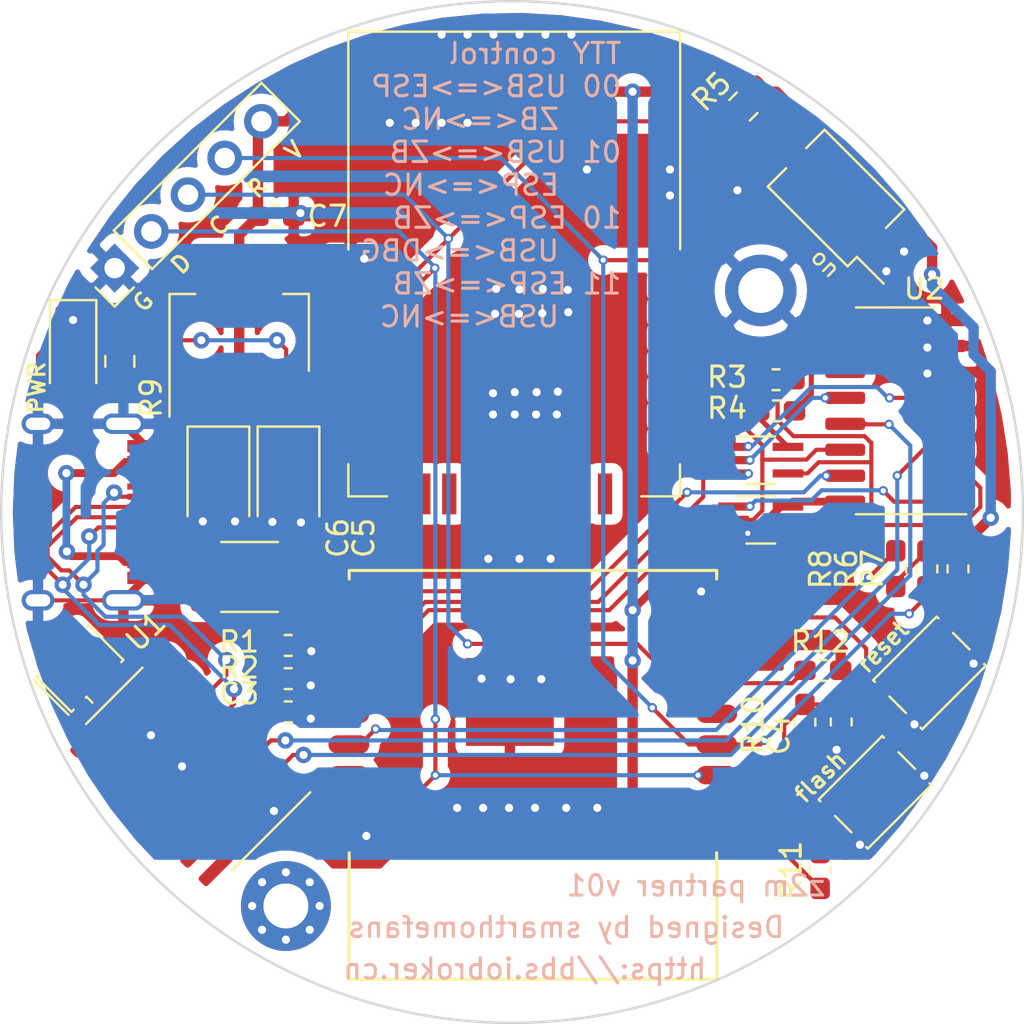
<source format=kicad_pcb>
(kicad_pcb (version 20171130) (host pcbnew "(5.1.4-0-10_14)")
  (layers (0 F.Cu signal hide) (31 B.Cu signal hide) (34 B.Paste user hide) (35 F.Paste user) (36 B.SilkS user) (37 F.SilkS user) (38 B.Mask user hide) (39 F.Mask user hide) (44 Edge.Cuts user))
  (net 0 "")
  (net 1 GND)
  (net 2 +3V3)
  (net 3 "Net-(C4-Pad1)")
  (net 4 +5V)
  (net 5 "Net-(D1-Pad2)")
  (net 6 VBUS)
  (net 7 /E18_P21)
  (net 8 /E18_P22)
  (net 9 /E18_RST)
  (net 10 "Net-(R1-Pad2)")
  (net 11 "Net-(R2-Pad2)")
  (net 12 /SEL0)
  (net 13 /SEL1)
  (net 14 "Net-(R6-Pad1)")
  (net 15 /ESP_RST)
  (net 16 "Net-(R11-Pad2)")
  (net 17 "Net-(R12-Pad1)")
  (net 18 /USB_TX)
  (net 19 /USB_RX)
  (net 20 "Net-(U1-Pad5)")
  (net 21 "Net-(U1-Pad6)")
  (net 22 /DBG_RX)
  (net 23 /E18_RX)
  (net 24 /ESP_RX)
  (net 25 /E18_TX)
  (net 26 /DBG_TX)
  (net 27 /ESP_TX)
  (net 28 "Net-(U1-Pad7)")
  (net 29 "Net-(U1-Pad8)")
  (module MountingHole:MountingHole_2.2mm_M2_Pad_Via (layer F.Cu) (at 173.482 122.1486)
    (fp_text reference REF** hide)
    (fp_text value MountingHole_2.2mm_M2_Pad_Via)
    (pad 1 thru_hole circle (at 0 0) (size 4.399999 4.399999) (drill 2.2) (layers *.Cu *.Mask))
    (pad 1 thru_hole circle (at 1.65 0) (size 0.7 0.7) (drill 0.4) (layers *.Cu *.Mask))
    (pad 1 thru_hole circle (at 1.166726 1.166726) (size 0.7 0.7) (drill 0.4) (layers *.Cu *.Mask))
    (pad 1 thru_hole circle (at 0 1.65) (size 0.7 0.7) (drill 0.4) (layers *.Cu *.Mask))
    (pad 1 thru_hole circle (at -1.166726 1.166726) (size 0.7 0.7) (drill 0.4) (layers *.Cu *.Mask))
    (pad 1 thru_hole circle (at -1.65 0) (size 0.7 0.7) (drill 0.4) (layers *.Cu *.Mask))
    (pad 1 thru_hole circle (at -1.166726 -1.166726) (size 0.7 0.7) (drill 0.4) (layers *.Cu *.Mask))
    (pad 1 thru_hole circle (at 0 -1.65) (size 0.7 0.7) (drill 0.4) (layers *.Cu *.Mask))
    (pad 1 thru_hole circle (at 1.166726 -1.166726) (size 0.7 0.7) (drill 0.4) (layers *.Cu *.Mask))
  )
  (module ESP8266:ESP-13-WROOM-02 (layer F.Cu) (at 194.564 118.745 180)
    (fp_text reference U7 hide)
    (fp_text value ESP-WROOM-02)
    (pad 10 smd oval (at 18 12 180) (size 2 0.9) (layers F.Cu F.Paste F.Mask) (net 22 /DBG_RX))
    (pad 9 smd oval (at 0 12 180) (size 2 0.9) (layers F.Cu F.Paste F.Mask) (net 1 GND))
    (pad 1 smd rect (at 0 0 180) (size 2 0.9) (layers F.Cu F.Paste F.Mask) (net 2 +3V3))
    (pad 2 smd oval (at 0 1.5 180) (size 2 0.9) (layers F.Cu F.Paste F.Mask) (net 3 "Net-(C4-Pad1)"))
    (pad 3 smd oval (at 0 3 180) (size 2 0.9) (layers F.Cu F.Paste F.Mask) (net 7 /E18_P21))
    (pad 4 smd oval (at 0 4.5 180) (size 2 0.9) (layers F.Cu F.Paste F.Mask) (net 9 /E18_RST))
    (pad 5 smd oval (at 0 6 180) (size 2 0.9) (layers F.Cu F.Paste F.Mask) (net 8 /E18_P22))
    (pad 6 smd oval (at 0 7.5 180) (size 2 0.9) (layers F.Cu F.Paste F.Mask) (net 17 "Net-(R12-Pad1)"))
    (pad 7 smd oval (at 0 9 180) (size 2 0.9) (layers F.Cu F.Paste F.Mask) (net 26 /DBG_TX))
    (pad 8 smd oval (at 0 10.5 180) (size 2 0.9) (layers F.Cu F.Paste F.Mask) (net 16 "Net-(R11-Pad2)"))
    (pad 11 smd oval (at 18 10.5 180) (size 2 0.9) (layers F.Cu F.Paste F.Mask) (net 24 /ESP_RX))
    (pad 12 smd oval (at 18 9 180) (size 2 0.9) (layers F.Cu F.Paste F.Mask) (net 27 /ESP_TX))
    (pad 13 smd oval (at 18 7.5 180) (size 2 0.9) (layers F.Cu F.Paste F.Mask) (net 1 GND))
    (pad 14 smd oval (at 18 6 180) (size 2 0.9) (layers F.Cu F.Paste F.Mask))
    (pad 15 smd oval (at 18 4.5 180) (size 2 0.9) (layers F.Cu F.Paste F.Mask) (net 15 /ESP_RST))
    (pad 16 smd oval (at 18 3 180) (size 2 0.9) (layers F.Cu F.Paste F.Mask))
    (pad 17 smd oval (at 18 1.5 180) (size 2 0.9) (layers F.Cu F.Paste F.Mask) (net 7 /E18_P21))
    (pad 18 smd oval (at 18 0 180) (size 2 0.9) (layers F.Cu F.Paste F.Mask) (net 1 GND))
    (pad PAD smd rect (at 10.12 6.58 180) (size 4.299999 4.299999) (layers F.Cu F.Paste F.Mask) (net 1 GND))
  )
  (module MountingHole:MountingHole_2.2mm_M2_ISO7380_Pad (layer F.Cu) (at 196.723 92.0242)
    (fp_text reference REF** hide)
    (fp_text value MountingHole_2.2mm_M2_ISO7380_Pad)
    (pad 1 thru_hole circle (at 0 0) (size 3.500001 3.500001) (drill 2.2) (layers *.Cu *.Mask) (net 1 GND))
  )
  (module Capacitor_SMD:C_0603_1608Metric_Pad1.05x0.95mm_HandSolder (layer F.Cu) (at 173.595 112.649)
    (fp_text reference C3 (at -2.399 -0.889) (layer F.SilkS))
    (fp_text value 100nF)
    (pad 1 smd roundrect (at -0.875 0) (size 1.05 0.95) (layers F.Cu F.Paste F.Mask) (net 2 +3V3))
    (pad 2 smd roundrect (at 0.875 0) (size 1.05 0.95) (layers F.Cu F.Paste F.Mask) (net 1 GND))
  )
  (module Capacitor_SMD:C_0603_1608Metric_Pad1.05x0.95mm_HandSolder (layer F.Cu) (at 200.66 113.143 270)
    (fp_text reference C4 (at 0.649 3.048 90) (layer F.SilkS))
    (fp_text value 100nF)
    (pad 1 smd roundrect (at -0.875 0 270) (size 1.05 0.95) (layers F.Cu F.Paste F.Mask) (net 3 "Net-(C4-Pad1)"))
    (pad 2 smd roundrect (at 0.875 0 270) (size 1.05 0.95) (layers F.Cu F.Paste F.Mask) (net 1 GND))
  )
  (module Capacitor_Tantalum_SMD:CP_EIA-3528-21_Kemet-B_Pad1.50x2.35mm_HandSolder (layer F.Cu) (at 173.609 101.32 270)
    (fp_text reference C5 (at 2.82 -3.683 90) (layer F.SilkS))
    (fp_text value 10uF)
    (pad 2 smd roundrect (at 1.625 0 270) (size 1.5 2.35) (layers F.Cu F.Paste F.Mask) (roundrect_rratio 0.166667) (net 1 GND))
    (pad 1 smd roundrect (at -1.625 0 270) (size 1.5 2.35) (layers F.Cu F.Paste F.Mask) (roundrect_rratio 0.166667) (net 4 +5V))
  )
  (module Capacitor_Tantalum_SMD:CP_EIA-3528-21_Kemet-B_Pad1.50x2.35mm_HandSolder (layer F.Cu) (at 170.18 101.32 270)
    (fp_text reference C6 (at 2.82 -5.842 90) (layer F.SilkS))
    (fp_text value 10uF)
    (pad 1 smd roundrect (at -1.625 0 270) (size 1.5 2.35) (layers F.Cu F.Paste F.Mask) (roundrect_rratio 0.166667) (net 2 +3V3))
    (pad 2 smd roundrect (at 1.625 0 270) (size 1.5 2.35) (layers F.Cu F.Paste F.Mask) (roundrect_rratio 0.166667) (net 1 GND))
  )
  (module Capacitor_SMD:C_0603_1608Metric_Pad1.05x0.95mm_HandSolder (layer F.Cu) (at 172.988 88.392)
    (fp_text reference C7 (at 2.526 0) (layer F.SilkS))
    (fp_text value 100nF)
    (pad 2 smd roundrect (at 0.875 0) (size 1.05 0.95) (layers F.Cu F.Paste F.Mask) (net 1 GND))
    (pad 1 smd roundrect (at -0.875 0) (size 1.05 0.95) (layers F.Cu F.Paste F.Mask) (net 2 +3V3))
  )
  (module LED_SMD:LED_1206_3216Metric_Pad1.42x1.75mm_HandSolder (layer F.Cu) (at 163.068 94.9595 270)
    (fp_text reference D1 hide)
    (fp_text value LED)
    (fp_text user PWR (at 1.8145 1.778 90) (layer F.SilkS) (effects (font (size 0.8 0.8))))
    (pad 1 smd roundrect (at -1.4875 0 270) (size 1.425 1.75) (layers F.Cu F.Paste F.Mask) (roundrect_rratio 0.175439) (net 1 GND))
    (pad 2 smd roundrect (at 1.4875 0 270) (size 1.425 1.75) (layers F.Cu F.Paste F.Mask) (roundrect_rratio 0.175439) (net 5 "Net-(D1-Pad2)"))
  )
  (module Fuse:Fuse_1812_4532Metric_Pad1.30x3.40mm_HandSolder (layer F.Cu) (at 171.704 106.045 180)
    (fp_text reference F1 hide)
    (fp_text value MF-MSMF050)
    (pad 1 smd roundrect (at -2.225 0 180) (size 1.3 3.4) (layers F.Cu F.Paste F.Mask) (roundrect_rratio 0.192308) (net 4 +5V))
    (pad 2 smd roundrect (at 2.225 0 180) (size 1.3 3.4) (layers F.Cu F.Paste F.Mask) (roundrect_rratio 0.192308) (net 6 VBUS))
  )
  (module Connector_PinHeader_2.54mm:PinHeader_1x05_P2.54mm_Vertical (layer F.Cu) (at 165.1 90.932 135)
    (fp_text reference J1 hide)
    (fp_text value Conn_01x05)
    (fp_text user "G   D   C   R   V" (at -2.155261 5.028943 45) (layer F.SilkS) (effects (font (size 0.8 0.8))))
    (pad 1 thru_hole rect (at 0 0 135) (size 1.7 1.7) (drill 1) (layers *.Cu *.Mask) (net 1 GND))
    (pad 2 thru_hole oval (at 0 2.54 135) (size 1.7 1.7) (drill 1) (layers *.Cu *.Mask) (net 7 /E18_P21))
    (pad 3 thru_hole oval (at 0 5.08 135) (size 1.7 1.7) (drill 1) (layers *.Cu *.Mask) (net 8 /E18_P22))
    (pad 4 thru_hole oval (at 0 7.62 135) (size 1.7 1.7) (drill 1) (layers *.Cu *.Mask) (net 9 /E18_RST))
    (pad 5 thru_hole oval (at 0 10.16 135) (size 1.7 1.7) (drill 1) (layers *.Cu *.Mask) (net 2 +3V3))
  )
  (module Resistor_SMD:R_0603_1608Metric_Pad1.05x0.95mm_HandSolder (layer F.Cu) (at 197.471 96.393)
    (fp_text reference R3 (at -2.399 -0.127) (layer F.SilkS))
    (fp_text value 10k)
    (pad 1 smd roundrect (at -0.875 0) (size 1.05 0.95) (layers F.Cu F.Paste F.Mask) (net 2 +3V3))
    (pad 2 smd roundrect (at 0.875 0) (size 1.05 0.95) (layers F.Cu F.Paste F.Mask) (net 13 /SEL1))
  )
  (module Resistor_SMD:R_0603_1608Metric_Pad1.05x0.95mm_HandSolder (layer F.Cu) (at 197.4964 97.917)
    (fp_text reference R4 (at -2.4244 -0.127) (layer F.SilkS))
    (fp_text value 10k)
    (pad 2 smd roundrect (at 0.875 0) (size 1.05 0.95) (layers F.Cu F.Paste F.Mask) (net 12 /SEL0))
    (pad 1 smd roundrect (at -0.875 0) (size 1.05 0.95) (layers F.Cu F.Paste F.Mask) (net 2 +3V3))
  )
  (module Resistor_SMD:R_0805_2012Metric_Pad1.15x1.40mm_HandSolder (layer F.Cu) (at 195.871216 83.020784 225)
    (fp_text reference R5 (at 0.591447 1.616446 45) (layer F.SilkS))
    (fp_text value 1k)
    (pad 1 smd roundrect (at -1.025 0 225) (size 1.15 1.4) (layers F.Cu F.Paste F.Mask) (roundrect_rratio 0.217391) (net 2 +3V3))
    (pad 2 smd roundrect (at 1.025 0 225) (size 1.15 1.4) (layers F.Cu F.Paste F.Mask) (roundrect_rratio 0.217391) (net 8 /E18_P22))
  )
  (module Resistor_SMD:R_0603_1608Metric_Pad1.05x0.95mm_HandSolder (layer F.Cu) (at 204.851 105.65 270)
    (fp_text reference R6 (at 0.014 3.937 90) (layer F.SilkS))
    (fp_text value 0)
    (pad 1 smd roundrect (at -0.875 0 270) (size 1.05 0.95) (layers F.Cu F.Paste F.Mask) (net 14 "Net-(R6-Pad1)"))
    (pad 2 smd roundrect (at 0.875 0 270) (size 1.05 0.95) (layers F.Cu F.Paste F.Mask) (net 9 /E18_RST))
  )
  (module Resistor_SMD:R_0603_1608Metric_Pad1.05x0.95mm_HandSolder (layer F.Cu) (at 206.375 105.65 270)
    (fp_text reference R7 (at 0 4.191 90) (layer F.SilkS))
    (fp_text value 10k)
    (pad 2 smd roundrect (at 0.875 0 270) (size 1.05 0.95) (layers F.Cu F.Paste F.Mask) (net 14 "Net-(R6-Pad1)"))
    (pad 1 smd roundrect (at -0.875 0 270) (size 1.05 0.95) (layers F.Cu F.Paste F.Mask) (net 2 +3V3))
  )
  (module Resistor_SMD:R_0603_1608Metric_Pad1.05x0.95mm_HandSolder (layer F.Cu) (at 203.327 105.6386 270)
    (fp_text reference R8 (at 0.0254 3.683 90) (layer F.SilkS))
    (fp_text value 0)
    (pad 2 smd roundrect (at 0.875 0 270) (size 1.05 0.95) (layers F.Cu F.Paste F.Mask) (net 14 "Net-(R6-Pad1)"))
    (pad 1 smd roundrect (at -0.875 0 270) (size 1.05 0.95) (layers F.Cu F.Paste F.Mask) (net 15 /ESP_RST))
  )
  (module Resistor_SMD:R_0805_2012Metric_Pad1.15x1.40mm_HandSolder (layer F.Cu) (at 165.354 95.495 90)
    (fp_text reference R9 (at -1.787 1.524 270) (layer F.SilkS))
    (fp_text value 1k)
    (pad 2 smd roundrect (at 1.025 0 90) (size 1.15 1.4) (layers F.Cu F.Paste F.Mask) (roundrect_rratio 0.217391) (net 4 +5V))
    (pad 1 smd roundrect (at -1.025 0 90) (size 1.15 1.4) (layers F.Cu F.Paste F.Mask) (roundrect_rratio 0.217391) (net 5 "Net-(D1-Pad2)"))
  )
  (module Resistor_SMD:R_0603_1608Metric_Pad1.05x0.95mm_HandSolder (layer F.Cu) (at 198.882 113.157 90)
    (fp_text reference R10 (at -0.127 -2.54 90) (layer F.SilkS))
    (fp_text value 10k)
    (pad 1 smd roundrect (at -0.875 0 90) (size 1.05 0.95) (layers F.Cu F.Paste F.Mask) (net 2 +3V3))
    (pad 2 smd roundrect (at 0.875 0 90) (size 1.05 0.95) (layers F.Cu F.Paste F.Mask) (net 3 "Net-(C4-Pad1)"))
  )
  (module Resistor_SMD:R_0603_1608Metric_Pad1.05x0.95mm_HandSolder (layer F.Cu) (at 199.627718 120.412282 90)
    (fp_text reference R11 (at 0 -1.43 90) (layer F.SilkS))
    (fp_text value 10k)
    (pad 1 smd roundrect (at -0.875 0 90) (size 1.05 0.95) (layers F.Cu F.Paste F.Mask) (net 2 +3V3))
    (pad 2 smd roundrect (at 0.875 0 90) (size 1.05 0.95) (layers F.Cu F.Paste F.Mask) (net 16 "Net-(R11-Pad2)"))
  )
  (module Resistor_SMD:R_0603_1608Metric_Pad1.05x0.95mm_HandSolder (layer F.Cu) (at 199.757 110.617)
    (fp_text reference R12 (at -0.113 -1.397) (layer F.SilkS))
    (fp_text value 10k)
    (pad 2 smd roundrect (at 0.875 0) (size 1.05 0.95) (layers F.Cu F.Paste F.Mask) (net 1 GND))
    (pad 1 smd roundrect (at -0.875 0) (size 1.05 0.95) (layers F.Cu F.Paste F.Mask) (net 17 "Net-(R12-Pad1)"))
  )
  (module Button_Switch_SMD:SW_DIP_SPSTx02_Slide_Copal_CHS-02B_W7.62mm_P1.27mm (layer F.Cu) (at 200.406 87.503 135)
    (fp_text reference SW1 hide)
    (fp_text value SW_DIP_x02)
    (fp_text user on (at -1.885854 -2.604274 135) (layer F.SilkS) (effects (font (size 0.8 0.8) (thickness 0.12))))
    (pad 1 smd rect (at -3.81 -0.635 135) (size 1.6 0.76) (layers F.Cu F.Paste F.Mask) (net 1 GND))
    (pad 3 smd rect (at 3.81 0.635 135) (size 1.6 0.76) (layers F.Cu F.Paste F.Mask) (net 12 /SEL0))
    (pad 2 smd rect (at -3.81 0.635 135) (size 1.6 0.76) (layers F.Cu F.Paste F.Mask) (net 1 GND))
    (pad 4 smd rect (at 3.81 -0.635 135) (size 1.6 0.76) (layers F.Cu F.Paste F.Mask) (net 13 /SEL1))
  )
  (module Button_Switch_SMD:SW_SPST_PTS810 (layer F.Cu) (at 204.978 110.744 45)
    (fp_text reference SW2 hide)
    (fp_text value SW_Push)
    (fp_text user reset (at -0.71842 -2.514472 45) (layer F.SilkS) (effects (font (size 0.8 0.8))))
    (pad 1 smd rect (at -2.075 -1.075 45) (size 1.05 0.65) (layers F.Cu F.Paste F.Mask) (net 14 "Net-(R6-Pad1)"))
    (pad 1 smd rect (at 2.075 -1.075 45) (size 1.05 0.65) (layers F.Cu F.Paste F.Mask) (net 14 "Net-(R6-Pad1)"))
    (pad 2 smd rect (at -2.075 1.075 45) (size 1.05 0.65) (layers F.Cu F.Paste F.Mask) (net 1 GND))
    (pad 2 smd rect (at 2.075 1.075 45) (size 1.05 0.65) (layers F.Cu F.Paste F.Mask) (net 1 GND))
  )
  (module Button_Switch_SMD:SW_SPST_PTS810 (layer F.Cu) (at 202.311 116.586 45)
    (fp_text reference SW3 hide)
    (fp_text value SW_Push)
    (fp_text user flash (at -1.347038 -2.424669 45) (layer F.SilkS) (effects (font (size 0.8 0.8))))
    (pad 2 smd rect (at 2.075 1.075 45) (size 1.05 0.65) (layers F.Cu F.Paste F.Mask) (net 1 GND))
    (pad 2 smd rect (at -2.075 1.075 45) (size 1.05 0.65) (layers F.Cu F.Paste F.Mask) (net 1 GND))
    (pad 1 smd rect (at 2.075 -1.075 45) (size 1.05 0.65) (layers F.Cu F.Paste F.Mask) (net 16 "Net-(R11-Pad2)"))
    (pad 1 smd rect (at -2.075 -1.075 45) (size 1.05 0.65) (layers F.Cu F.Paste F.Mask) (net 16 "Net-(R11-Pad2)"))
  )
  (module Package_SO:SOIC-16_3.9x9.9mm_P1.27mm (layer F.Cu) (at 168.656 115.443 225)
    (fp_text reference U1 (at -3.322695 6.196377 45) (layer F.SilkS))
    (fp_text value CH340G)
    (pad 1 smd roundrect (at -2.475 -4.445 225) (size 1.95 0.6) (layers F.Cu F.Paste F.Mask) (net 1 GND))
    (pad 2 smd roundrect (at -2.475 -3.175 225) (size 1.95 0.6) (layers F.Cu F.Paste F.Mask) (net 18 /USB_TX))
    (pad 3 smd roundrect (at -2.475 -1.905 225) (size 1.95 0.6) (layers F.Cu F.Paste F.Mask) (net 19 /USB_RX))
    (pad 4 smd roundrect (at -2.475 -0.635 225) (size 1.95 0.6) (layers F.Cu F.Paste F.Mask) (net 2 +3V3))
    (pad 5 smd roundrect (at -2.475 0.635 225) (size 1.95 0.6) (layers F.Cu F.Paste F.Mask) (net 20 "Net-(U1-Pad5)"))
    (pad 6 smd roundrect (at -2.475 1.905 225) (size 1.95 0.6) (layers F.Cu F.Paste F.Mask) (net 21 "Net-(U1-Pad6)"))
    (pad 7 smd roundrect (at -2.475 3.175 225) (size 1.95 0.6) (layers F.Cu F.Paste F.Mask) (net 28 "Net-(U1-Pad7)"))
    (pad 8 smd roundrect (at -2.475 4.445 225) (size 1.95 0.6) (layers F.Cu F.Paste F.Mask) (net 29 "Net-(U1-Pad8)"))
    (pad 9 smd roundrect (at 2.475 4.445 225) (size 1.95 0.6) (layers F.Cu F.Paste F.Mask))
    (pad 10 smd roundrect (at 2.475 3.175 225) (size 1.95 0.6) (layers F.Cu F.Paste F.Mask))
    (pad 11 smd roundrect (at 2.475 1.905 225) (size 1.95 0.6) (layers F.Cu F.Paste F.Mask))
    (pad 12 smd roundrect (at 2.475 0.635 225) (size 1.95 0.6) (layers F.Cu F.Paste F.Mask))
    (pad 13 smd roundrect (at 2.475 -0.635 225) (size 1.95 0.6) (layers F.Cu F.Paste F.Mask))
    (pad 14 smd roundrect (at 2.475 -1.905 225) (size 1.95 0.6) (layers F.Cu F.Paste F.Mask))
    (pad 15 smd roundrect (at 2.475 -3.175 225) (size 1.95 0.6) (layers F.Cu F.Paste F.Mask))
    (pad 16 smd roundrect (at 2.475 -4.445 225) (size 1.95 0.6) (layers F.Cu F.Paste F.Mask) (net 2 +3V3))
  )
  (module Package_SO:SOIC-16_3.9x9.9mm_P1.27mm (layer F.Cu) (at 203.327 97.917 180)
    (fp_text reference U2 (at -1.397 5.969) (layer F.SilkS))
    (fp_text value CD4052B)
    (pad 16 smd roundrect (at 2.475 -4.445 180) (size 1.95 0.6) (layers F.Cu F.Paste F.Mask) (net 2 +3V3))
    (pad 15 smd roundrect (at 2.475 -3.175 180) (size 1.95 0.6) (layers F.Cu F.Paste F.Mask) (net 22 /DBG_RX))
    (pad 14 smd roundrect (at 2.475 -1.905 180) (size 1.95 0.6) (layers F.Cu F.Paste F.Mask) (net 23 /E18_RX))
    (pad 13 smd roundrect (at 2.475 -0.635 180) (size 1.95 0.6) (layers F.Cu F.Paste F.Mask) (net 18 /USB_TX))
    (pad 12 smd roundrect (at 2.475 0.635 180) (size 1.95 0.6) (layers F.Cu F.Paste F.Mask) (net 24 /ESP_RX))
    (pad 11 smd roundrect (at 2.475 1.905 180) (size 1.95 0.6) (layers F.Cu F.Paste F.Mask))
    (pad 10 smd roundrect (at 2.475 3.175 180) (size 1.95 0.6) (layers F.Cu F.Paste F.Mask) (net 12 /SEL0))
    (pad 9 smd roundrect (at 2.475 4.445 180) (size 1.95 0.6) (layers F.Cu F.Paste F.Mask) (net 13 /SEL1))
    (pad 8 smd roundrect (at -2.475 4.445 180) (size 1.95 0.6) (layers F.Cu F.Paste F.Mask) (net 1 GND))
    (pad 7 smd roundrect (at -2.475 3.175 180) (size 1.95 0.6) (layers F.Cu F.Paste F.Mask) (net 1 GND))
    (pad 6 smd roundrect (at -2.475 1.905 180) (size 1.95 0.6) (layers F.Cu F.Paste F.Mask) (net 1 GND))
    (pad 5 smd roundrect (at -2.475 0.635 180) (size 1.95 0.6) (layers F.Cu F.Paste F.Mask) (net 25 /E18_TX))
    (pad 4 smd roundrect (at -2.475 -0.635 180) (size 1.95 0.6) (layers F.Cu F.Paste F.Mask))
    (pad 3 smd roundrect (at -2.475 -1.905 180) (size 1.95 0.6) (layers F.Cu F.Paste F.Mask) (net 19 /USB_RX))
    (pad 2 smd roundrect (at -2.475 -3.175 180) (size 1.95 0.6) (layers F.Cu F.Paste F.Mask) (net 26 /DBG_TX))
    (pad 1 smd roundrect (at -2.475 -4.445 180) (size 1.95 0.6) (layers F.Cu F.Paste F.Mask) (net 27 /ESP_TX))
  )
  (module z2m_partner:E18-MS1PA1-IPX (layer F.Cu) (at 176.657 101.981)
    (fp_text reference U3 hide)
    (fp_text value E18-MS1-PCB)
    (pad 17 smd rect (at 16 -2.55 90) (size 0.7 2) (layers F.Cu F.Paste F.Mask))
    (pad 18 smd rect (at 16 -3.82 90) (size 0.7 2) (layers F.Cu F.Paste F.Mask))
    (pad 19 smd rect (at 16 -5.09 90) (size 0.7 2) (layers F.Cu F.Paste F.Mask))
    (pad 20 smd rect (at 16 -6.36 90) (size 0.7 2) (layers F.Cu F.Paste F.Mask) (net 25 /E18_TX))
    (pad 21 smd rect (at 16 -7.63 90) (size 0.7 2) (layers F.Cu F.Paste F.Mask) (net 23 /E18_RX))
    (pad 22 smd rect (at 16 -8.9 90) (size 0.7 2) (layers F.Cu F.Paste F.Mask))
    (pad 23 smd rect (at 16 -10.17 90) (size 0.7 2) (layers F.Cu F.Paste F.Mask))
    (pad 24 smd rect (at 16 -11.44 90) (size 0.7 2) (layers F.Cu F.Paste F.Mask) (net 9 /E18_RST))
    (pad 9 smd rect (at 3.55 0 180) (size 0.7 2) (layers F.Cu F.Paste F.Mask))
    (pad 10 smd rect (at 4.82 0 180) (size 0.7 2) (layers F.Cu F.Paste F.Mask))
    (pad 11 smd rect (at 6.09 0 180) (size 0.7 2) (layers F.Cu F.Paste F.Mask))
    (pad 12 smd rect (at 7.36 0 180) (size 0.7 2) (layers F.Cu F.Paste F.Mask))
    (pad 13 smd rect (at 8.63 0 180) (size 0.7 2) (layers F.Cu F.Paste F.Mask))
    (pad 14 smd rect (at 9.9 0 180) (size 0.7 2) (layers F.Cu F.Paste F.Mask))
    (pad 15 smd rect (at 11.17 0 180) (size 0.7 2) (layers F.Cu F.Paste F.Mask))
    (pad 16 smd rect (at 12.44 0 180) (size 0.7 2) (layers F.Cu F.Paste F.Mask))
    (pad 1 smd rect (at 0 -11.44 270) (size 0.7 2) (layers F.Cu F.Paste F.Mask) (net 1 GND))
    (pad 2 smd rect (at 0 -10.17 270) (size 0.7 2) (layers F.Cu F.Paste F.Mask) (net 2 +3V3))
    (pad 3 smd rect (at 0 -8.9 270) (size 0.7 2) (layers F.Cu F.Paste F.Mask) (net 8 /E18_P22))
    (pad 4 smd rect (at 0 -7.63 270) (size 0.7 2) (layers F.Cu F.Paste F.Mask) (net 7 /E18_P21))
    (pad 5 smd rect (at 0 -6.36 270) (size 0.7 2) (layers F.Cu F.Paste F.Mask) (net 1 GND))
    (pad 6 smd rect (at 0 -5.09 270) (size 0.7 2) (layers F.Cu F.Paste F.Mask))
    (pad 7 smd rect (at 0 -3.82 270) (size 0.7 2) (layers F.Cu F.Paste F.Mask))
    (pad 8 smd rect (at 0 -2.55 270) (size 0.7 2) (layers F.Cu F.Paste F.Mask))
  )
  (module Package_TO_SOT_SMD:SOT-353_SC-70-5_Handsoldering (layer F.Cu) (at 196.723 100.33)
    (fp_text reference U4 hide)
    (fp_text value 74LVC1G66)
    (pad 1 smd rect (at -1.33 -0.65) (size 1.5 0.4) (layers F.Cu F.Paste F.Mask) (net 25 /E18_TX))
    (pad 2 smd rect (at -1.33 0) (size 1.5 0.4) (layers F.Cu F.Paste F.Mask) (net 24 /ESP_RX))
    (pad 3 smd rect (at -1.33 0.65) (size 1.5 0.4) (layers F.Cu F.Paste F.Mask) (net 1 GND))
    (pad 4 smd rect (at 1.33 0.65) (size 1.5 0.4) (layers F.Cu F.Paste F.Mask) (net 13 /SEL1))
    (pad 5 smd rect (at 1.33 -0.65) (size 1.5 0.4) (layers F.Cu F.Paste F.Mask) (net 2 +3V3))
  )
  (module Package_TO_SOT_SMD:SOT-353_SC-70-5_Handsoldering (layer F.Cu) (at 196.723 103.251)
    (fp_text reference U5 hide)
    (fp_text value 74LVC1G66)
    (pad 5 smd rect (at 1.33 -0.65) (size 1.5 0.4) (layers F.Cu F.Paste F.Mask) (net 2 +3V3))
    (pad 4 smd rect (at 1.33 0.65) (size 1.5 0.4) (layers F.Cu F.Paste F.Mask) (net 13 /SEL1))
    (pad 3 smd rect (at -1.33 0.65) (size 1.5 0.4) (layers F.Cu F.Paste F.Mask) (net 1 GND))
    (pad 2 smd rect (at -1.33 0) (size 1.5 0.4) (layers F.Cu F.Paste F.Mask) (net 23 /E18_RX))
    (pad 1 smd rect (at -1.33 -0.65) (size 1.5 0.4) (layers F.Cu F.Paste F.Mask) (net 27 /ESP_TX))
  )
  (module Package_TO_SOT_SMD:SOT-223-3_TabPin2 (layer F.Cu) (at 171.196 94.107 90)
    (fp_text reference U6 hide)
    (fp_text value AP1117-33)
    (pad 2 smd rect (at 3.15 0 90) (size 2 3.8) (layers F.Cu F.Paste F.Mask) (net 2 +3V3))
    (pad 2 smd rect (at -3.15 0 90) (size 2 1.5) (layers F.Cu F.Paste F.Mask) (net 2 +3V3))
    (pad 3 smd rect (at -3.15 2.3 90) (size 2 1.5) (layers F.Cu F.Paste F.Mask) (net 4 +5V))
    (pad 1 smd rect (at -3.15 -2.3 90) (size 2 1.5) (layers F.Cu F.Paste F.Mask) (net 1 GND))
  )
  (module TypeC:HRO-TYPE-C-31-M-12-HandSoldering (layer F.Cu) (at 158.75 102.87 270)
    (fp_text reference USB1 hide)
    (fp_text value HRO-TYPE-C-31-M-12 hide)
    (pad 13 thru_hole oval (at 4.32 -2.6 270) (size 1 1.6) (drill oval 0.6 1.2) (layers *.Cu B.Mask) (net 1 GND))
    (pad 13 thru_hole oval (at -4.32 -2.6 270) (size 1 1.6) (drill oval 0.6 1.2) (layers *.Cu B.Mask) (net 1 GND))
    (pad 13 thru_hole oval (at 4.32 -6.78 270) (size 1 2.1) (drill oval 0.6 1.7) (layers *.Cu B.Mask) (net 1 GND))
    (pad 13 thru_hole oval (at -4.32 -6.78 270) (size 1 2.1) (drill oval 0.6 1.7) (layers *.Cu B.Mask) (net 1 GND))
    (pad "" np_thru_hole circle (at -2.89 -6.25 270) (size 0.65 0.65) (drill 0.65) (layers *.Cu *.Mask))
    (pad "" np_thru_hole circle (at 2.89 -6.25 270) (size 0.65 0.65) (drill 0.65) (layers *.Cu *.Mask))
    (pad 6 smd rect (at -0.25 -8.195 270) (size 0.3 2.45) (layers F.Cu F.Paste F.Mask) (net 20 "Net-(U1-Pad5)"))
    (pad 7 smd rect (at 0.25 -8.195 270) (size 0.3 2.45) (layers F.Cu F.Paste F.Mask) (net 21 "Net-(U1-Pad6)"))
    (pad 8 smd rect (at 0.75 -8.195 270) (size 0.3 2.45) (layers F.Cu F.Paste F.Mask) (net 20 "Net-(U1-Pad5)"))
    (pad 5 smd rect (at -0.75 -8.195 270) (size 0.3 2.45) (layers F.Cu F.Paste F.Mask) (net 21 "Net-(U1-Pad6)"))
    (pad 9 smd rect (at 1.25 -8.195 270) (size 0.3 2.45) (layers F.Cu F.Paste F.Mask))
    (pad 4 smd rect (at -1.25 -8.195 270) (size 0.3 2.45) (layers F.Cu F.Paste F.Mask) (net 10 "Net-(R1-Pad2)"))
    (pad 10 smd rect (at 1.75 -8.195 270) (size 0.3 2.45) (layers F.Cu F.Paste F.Mask) (net 11 "Net-(R2-Pad2)"))
    (pad 3 smd rect (at -1.75 -8.195 270) (size 0.3 2.45) (layers F.Cu F.Paste F.Mask))
    (pad 2 smd rect (at -2.45 -8.195 270) (size 0.6 2.45) (layers F.Cu F.Paste F.Mask) (net 6 VBUS))
    (pad 11 smd rect (at 2.45 -8.195 270) (size 0.6 2.45) (layers F.Cu F.Paste F.Mask) (net 6 VBUS))
    (pad 1 smd rect (at -3.225 -8.195 270) (size 0.6 2.45) (layers F.Cu F.Paste F.Mask) (net 1 GND))
    (pad 12 smd rect (at 3.225 -8.195 270) (size 0.6 2.45) (layers F.Cu F.Paste F.Mask) (net 1 GND))
  )
  (module Crystal:Resonator_SMD_muRata_CSTxExxV-3Pin_3.0x1.1mm_HandSoldering (layer F.Cu) (at 163.408528 110.530472 45)
    (fp_text reference Y1 hide)
    (fp_text value 12MHz)
    (pad 1 smd rect (at -1.2 0 45) (size 0.4 3.2) (layers F.Cu F.Paste F.Mask) (net 28 "Net-(U1-Pad7)"))
    (pad 2 smd rect (at 0 0 45) (size 0.4 3.2) (layers F.Cu F.Paste F.Mask) (net 1 GND))
    (pad 3 smd rect (at 1.2 0 45) (size 0.4 3.2) (layers F.Cu F.Paste F.Mask) (net 29 "Net-(U1-Pad8)"))
  )
  (module Resistor_SMD:R_0603_1608Metric_Pad1.05x0.95mm_HandSolder (layer F.Cu) (at 173.595 109.3978 180)
    (fp_text reference R1 (at 2.399 0.1778) (layer F.SilkS))
    (fp_text value 5.1k)
    (pad 2 smd roundrect (at 0.875 0 180) (size 1.05 0.95) (layers F.Cu F.Paste F.Mask) (net 10 "Net-(R1-Pad2)"))
    (pad 1 smd roundrect (at -0.875 0 180) (size 1.05 0.95) (layers F.Cu F.Paste F.Mask) (net 1 GND))
  )
  (module Resistor_SMD:R_0603_1608Metric_Pad1.05x0.95mm_HandSolder (layer F.Cu) (at 173.5976 111.0234 180)
    (fp_text reference R2 (at 2.4016 0.5334) (layer F.SilkS))
    (fp_text value 5.1k)
    (pad 1 smd roundrect (at -0.875 0 180) (size 1.05 0.95) (layers F.Cu F.Paste F.Mask) (net 1 GND))
    (pad 2 smd roundrect (at 0.875 0 180) (size 1.05 0.95) (layers F.Cu F.Paste F.Mask) (net 11 "Net-(R2-Pad2)"))
  )
  (gr_text "TTY control\n00 USB<=>ESP\n    ZB<=>NC\n01 USB<=>ZB\n    ESP<=>NC\n10 ESP<=>ZB\n    USB<=>DBG\n11 ESP<=>ZB\n    USB<=>NC" (at 189.992 86.868) (layer B.SilkS) (effects (font (size 1 1)) (justify left mirror)))
  (gr_text https://bbs.iobroker.cn (at 185.166 125.222) (layer B.SilkS) (effects (font (size 1 1)) (justify mirror)))
  (gr_text "Designed by smarthomefans" (at 187.198 123.19) (layer B.SilkS) (effects (font (size 1 1)) (justify mirror)))
  (gr_text "z2m partner v01" (at 193.548 121.158) (layer B.SilkS) (effects (font (size 1 1)) (justify mirror)))
  (gr_circle (center 184.55 102.87) (end 209.55 102.87) (layer Edge.Cuts) (width 0.12))
  (via (at 196.1134 100.9904) (size 0.4572) (drill 0.254) (layers F.Cu B.Cu) (net 1))
  (via (at 196.088 103.9114) (size 0.4572) (drill 0.254) (layers F.Cu B.Cu) (net 1))
  (via (at 207.137 110.2868) (size 0.8) (drill 0.4) (layers F.Cu B.Cu) (net 1))
  (via (at 201.5744 119.1514) (size 0.8) (drill 0.4) (layers F.Cu B.Cu) (net 1))
  (via (at 204.724 115.7732) (size 0.8) (drill 0.4) (layers F.Cu B.Cu) (net 1))
  (via (at 204.2414 113.2586) (size 0.8) (drill 0.4) (layers F.Cu B.Cu) (net 1))
  (via (at 200.4314 114.5032) (size 0.8) (drill 0.4) (layers F.Cu B.Cu) (net 1))
  (via (at 185.9788 111.0488) (size 0.8) (drill 0.4) (layers F.Cu B.Cu) (net 1))
  (via (at 184.4802 111.0488) (size 0.8) (drill 0.4) (layers F.Cu B.Cu) (net 1))
  (via (at 183.0578 111.0234) (size 0.8) (drill 0.4) (layers F.Cu B.Cu) (net 1))
  (via (at 193.802 106.7562) (size 0.8) (drill 0.4) (layers F.Cu B.Cu) (net 1))
  (via (at 204.8764 96.0882) (size 0.8) (drill 0.4) (layers F.Cu B.Cu) (net 1))
  (via (at 204.8764 94.8182) (size 0.8) (drill 0.4) (layers F.Cu B.Cu) (net 1))
  (via (at 204.8764 93.4974) (size 0.8) (drill 0.4) (layers F.Cu B.Cu) (net 1))
  (via (at 202.8698 91.0844) (size 0.8) (drill 0.4) (layers F.Cu B.Cu) (net 1))
  (via (at 203.7334 90.1192) (size 0.8) (drill 0.4) (layers F.Cu B.Cu) (net 1))
  (via (at 174.1932 88.2396) (size 0.8) (drill 0.4) (layers F.Cu B.Cu) (net 1))
  (via (at 177.3174 90.4748) (size 0.8) (drill 0.4) (layers F.Cu B.Cu) (net 1))
  (via (at 174.2186 103.378) (size 0.8) (drill 0.4) (layers F.Cu B.Cu) (net 1))
  (via (at 172.8216 103.3526) (size 0.8) (drill 0.4) (layers F.Cu B.Cu) (net 1))
  (via (at 169.418 103.3272) (size 0.8) (drill 0.4) (layers F.Cu B.Cu) (net 1))
  (via (at 170.9928 103.3272) (size 0.8) (drill 0.4) (layers F.Cu B.Cu) (net 1))
  (via (at 174.7266 109.6772) (size 0.8) (drill 0.4) (layers F.Cu B.Cu) (net 1))
  (via (at 174.7012 111.3536) (size 0.8) (drill 0.4) (layers F.Cu B.Cu) (net 1))
  (via (at 174.7012 112.9792) (size 0.8) (drill 0.4) (layers F.Cu B.Cu) (net 1))
  (via (at 172.8978 117.5004) (size 0.8) (drill 0.4) (layers F.Cu B.Cu) (net 1))
  (via (at 177.419 118.7196) (size 0.8) (drill 0.4) (layers F.Cu B.Cu) (net 1))
  (segment (start 166.625 106.095) (end 165.53 107.19) (width 0.381) (layer F.Cu) (net 1))
  (segment (start 166.945 106.095) (end 166.625 106.095) (width 0.381) (layer F.Cu) (net 1))
  (segment (start 166.625 99.645) (end 165.53 98.55) (width 0.381) (layer F.Cu) (net 1))
  (segment (start 166.945 99.645) (end 166.625 99.645) (width 0.381) (layer F.Cu) (net 1))
  (segment (start 161.35 108.471944) (end 161.35 107.19) (width 0.2032) (layer F.Cu) (net 1))
  (segment (start 163.408528 110.530472) (end 161.35 108.471944) (width 0.2032) (layer F.Cu) (net 1))
  (segment (start 161.35 95.19) (end 161.35 98.55) (width 0.2032) (layer F.Cu) (net 1))
  (segment (start 163.068 93.472) (end 163.068 93.472) (width 0.2032) (layer F.Cu) (net 1))
  (segment (start 162.3532 98.55) (end 165.53 98.55) (width 0.2032) (layer F.Cu) (net 1))
  (segment (start 161.35 98.55) (end 162.3532 98.55) (width 0.2032) (layer F.Cu) (net 1))
  (segment (start 161.35 107.19) (end 165.53 107.19) (width 0.2032) (layer F.Cu) (net 1))
  (segment (start 205.802 93.472) (end 205.802 96.012) (width 0.381) (layer F.Cu) (net 1))
  (segment (start 163.068 93.472) (end 161.35 95.19) (width 0.2032) (layer F.Cu) (net 1))
  (via (at 163.068 93.472) (size 0.8) (drill 0.4) (layers F.Cu B.Cu) (net 1))
  (segment (start 201.131072 111.116072) (end 200.632 110.617) (width 0.2032) (layer F.Cu) (net 1))
  (segment (start 201.444753 111.429753) (end 201.131072 111.116072) (width 0.2032) (layer F.Cu) (net 1))
  (segment (start 201.444753 113.233247) (end 201.444753 111.429753) (width 0.2032) (layer F.Cu) (net 1))
  (segment (start 200.66 114.018) (end 201.444753 113.233247) (width 0.2032) (layer F.Cu) (net 1))
  (segment (start 174.6942 111.245) (end 174.4726 111.0234) (width 0.508) (layer F.Cu) (net 1))
  (segment (start 176.564 111.245) (end 174.6942 111.245) (width 0.508) (layer F.Cu) (net 1))
  (via (at 184.6834 98.0948) (size 0.8) (drill 0.4) (layers F.Cu B.Cu) (net 1))
  (via (at 185.7248 98.0948) (size 0.8) (drill 0.4) (layers F.Cu B.Cu) (net 1))
  (via (at 186.7408 98.0948) (size 0.8) (drill 0.4) (layers F.Cu B.Cu) (net 1))
  (via (at 183.6166 98.0948) (size 0.8) (drill 0.4) (layers F.Cu B.Cu) (net 1))
  (via (at 183.6166 97.0534) (size 0.8) (drill 0.4) (layers F.Cu B.Cu) (net 1))
  (via (at 184.6834 97.0026) (size 0.8) (drill 0.4) (layers F.Cu B.Cu) (net 1))
  (via (at 185.7502 97.0026) (size 0.8) (drill 0.4) (layers F.Cu B.Cu) (net 1))
  (via (at 186.7916 96.9772) (size 0.8) (drill 0.4) (layers F.Cu B.Cu) (net 1))
  (via (at 183.769 91.948) (size 0.8) (drill 0.4) (layers F.Cu B.Cu) (net 1))
  (via (at 184.912 91.9734) (size 0.8) (drill 0.4) (layers F.Cu B.Cu) (net 1))
  (via (at 186.055 91.948) (size 0.8) (drill 0.4) (layers F.Cu B.Cu) (net 1))
  (via (at 187.2742 91.9988) (size 0.8) (drill 0.4) (layers F.Cu B.Cu) (net 1))
  (via (at 187.2996 93.091) (size 0.8) (drill 0.4) (layers F.Cu B.Cu) (net 1))
  (via (at 186.0296 93.1418) (size 0.8) (drill 0.4) (layers F.Cu B.Cu) (net 1))
  (via (at 184.8866 93.1672) (size 0.8) (drill 0.4) (layers F.Cu B.Cu) (net 1))
  (via (at 183.7182 93.1672) (size 0.8) (drill 0.4) (layers F.Cu B.Cu) (net 1))
  (via (at 178.562 83.82) (size 0.8) (drill 0.4) (layers F.Cu B.Cu) (net 1))
  (via (at 179.832 83.82) (size 0.8) (drill 0.4) (layers F.Cu B.Cu) (net 1))
  (via (at 181.102 83.82) (size 0.8) (drill 0.4) (layers F.Cu B.Cu) (net 1))
  (via (at 182.372 83.82) (size 0.8) (drill 0.4) (layers F.Cu B.Cu) (net 1))
  (via (at 181.102 79.502) (size 0.8) (drill 0.4) (layers F.Cu B.Cu) (net 1))
  (via (at 182.372 79.502) (size 0.8) (drill 0.4) (layers F.Cu B.Cu) (net 1))
  (via (at 183.642 79.502) (size 0.8) (drill 0.4) (layers F.Cu B.Cu) (net 1))
  (via (at 184.912 79.502) (size 0.8) (drill 0.4) (layers F.Cu B.Cu) (net 1))
  (via (at 186.182 79.502) (size 0.8) (drill 0.4) (layers F.Cu B.Cu) (net 1))
  (via (at 187.452 79.502) (size 0.8) (drill 0.4) (layers F.Cu B.Cu) (net 1))
  (via (at 188.214 86.106) (size 0.8) (drill 0.4) (layers F.Cu B.Cu) (net 1))
  (via (at 192.278 86.106) (size 0.8) (drill 0.4) (layers F.Cu B.Cu) (net 1))
  (via (at 192.278 87.376) (size 0.8) (drill 0.4) (layers F.Cu B.Cu) (net 1))
  (via (at 195.58 87.122) (size 0.8) (drill 0.4) (layers F.Cu B.Cu) (net 1))
  (via (at 166.878 113.792) (size 0.8) (drill 0.4) (layers F.Cu B.Cu) (net 1))
  (via (at 168.402 115.316) (size 0.8) (drill 0.4) (layers F.Cu B.Cu) (net 1))
  (via (at 183.388 105.156) (size 0.8) (drill 0.4) (layers F.Cu B.Cu) (net 1))
  (via (at 184.912 105.156) (size 0.8) (drill 0.4) (layers F.Cu B.Cu) (net 1))
  (via (at 186.436 105.156) (size 0.8) (drill 0.4) (layers F.Cu B.Cu) (net 1))
  (via (at 181.864 117.348) (size 0.8) (drill 0.4) (layers F.Cu B.Cu) (net 1))
  (via (at 183.134 117.348) (size 0.8) (drill 0.4) (layers F.Cu B.Cu) (net 1))
  (via (at 184.404 117.348) (size 0.8) (drill 0.4) (layers F.Cu B.Cu) (net 1))
  (via (at 185.674 117.348) (size 0.8) (drill 0.4) (layers F.Cu B.Cu) (net 1))
  (via (at 187.198 117.348) (size 0.8) (drill 0.4) (layers F.Cu B.Cu) (net 1))
  (via (at 188.722 117.348) (size 0.8) (drill 0.4) (layers F.Cu B.Cu) (net 1))
  (segment (start 170.809139 119.57604) (end 170.049 120.336179) (width 0.381) (layer F.Cu) (net 2))
  (segment (start 170.094963 114.902063) (end 170.094963 116.983563) (width 0.381) (layer F.Cu) (net 2))
  (segment (start 170.855102 114.141924) (end 170.094963 114.902063) (width 0.381) (layer F.Cu) (net 2))
  (segment (start 172.348026 112.649) (end 170.855102 114.141924) (width 0.381) (layer F.Cu) (net 2))
  (segment (start 172.72 112.649) (end 172.348026 112.649) (width 0.381) (layer F.Cu) (net 2))
  (segment (start 171.196 98.679) (end 170.18 99.695) (width 0.508) (layer F.Cu) (net 2))
  (segment (start 171.196 97.257) (end 171.196 98.679) (width 0.508) (layer F.Cu) (net 2))
  (segment (start 171.196 97.257) (end 171.196 90.957) (width 0.508) (layer F.Cu) (net 2))
  (segment (start 171.196 89.309) (end 172.113 88.392) (width 0.508) (layer F.Cu) (net 2))
  (segment (start 171.196 90.957) (end 171.196 89.309) (width 0.508) (layer F.Cu) (net 2))
  (segment (start 172.113 83.919) (end 172.284205 83.747795) (width 0.508) (layer F.Cu) (net 2))
  (segment (start 172.113 88.392) (end 172.113 83.919) (width 0.508) (layer F.Cu) (net 2))
  (segment (start 197.477186 82.296) (end 205.105 89.923814) (width 0.508) (layer F.Cu) (net 2))
  (segment (start 196.596 82.296) (end 197.477186 82.296) (width 0.508) (layer F.Cu) (net 2))
  (segment (start 173.486286 83.747795) (end 174.938081 82.296) (width 0.508) (layer F.Cu) (net 2))
  (segment (start 195.714814 82.296) (end 196.596 82.296) (width 0.508) (layer F.Cu) (net 2))
  (segment (start 172.284205 83.747795) (end 173.486286 83.747795) (width 0.508) (layer F.Cu) (net 2))
  (segment (start 175.149 91.811) (end 176.657 91.811) (width 0.508) (layer F.Cu) (net 2))
  (segment (start 174.458 91.811) (end 175.149 91.811) (width 0.508) (layer F.Cu) (net 2))
  (segment (start 173.604 90.957) (end 174.458 91.811) (width 0.508) (layer F.Cu) (net 2))
  (segment (start 171.196 90.957) (end 173.604 90.957) (width 0.508) (layer F.Cu) (net 2))
  (segment (start 190.4492 82.296) (end 195.714814 82.296) (width 0.508) (layer F.Cu) (net 2))
  (segment (start 174.938081 82.296) (end 190.4492 82.296) (width 0.508) (layer F.Cu) (net 2))
  (segment (start 178.8668 119.2276) (end 178.0286 120.0658) (width 0.508) (layer F.Cu) (net 2))
  (segment (start 178.0286 120.0658) (end 175.8442 120.0658) (width 0.508) (layer F.Cu) (net 2))
  (segment (start 175.8442 120.0658) (end 174.879 119.1006) (width 0.508) (layer F.Cu) (net 2))
  (segment (start 171.284579 119.1006) (end 170.049 120.336179) (width 0.508) (layer F.Cu) (net 2))
  (segment (start 172.212 119.1006) (end 172.7962 119.1006) (width 0.381) (layer F.Cu) (net 2))
  (segment (start 172.7962 119.1006) (end 171.284579 119.1006) (width 0.508) (layer F.Cu) (net 2))
  (segment (start 174.879 119.1006) (end 172.7962 119.1006) (width 0.508) (layer F.Cu) (net 2))
  (segment (start 170.094963 117.910984) (end 171.284579 119.1006) (width 0.381) (layer F.Cu) (net 2))
  (segment (start 170.094963 116.983563) (end 170.094963 117.910984) (width 0.381) (layer F.Cu) (net 2))
  (segment (start 197.085436 118.745) (end 199.627718 121.287282) (width 0.2032) (layer F.Cu) (net 2))
  (segment (start 194.564 118.745) (end 197.085436 118.745) (width 0.2032) (layer F.Cu) (net 2))
  (segment (start 199.627718 121.287282) (end 197.5612 119.220764) (width 0.2032) (layer F.Cu) (net 2))
  (segment (start 197.085436 115.828564) (end 198.882 114.032) (width 0.2032) (layer F.Cu) (net 2))
  (segment (start 197.085436 118.745) (end 197.085436 115.828564) (width 0.2032) (layer F.Cu) (net 2))
  (via (at 205.105 91.2368) (size 0.8) (drill 0.4) (layers F.Cu B.Cu) (net 2))
  (segment (start 205.105 89.923814) (end 205.105 91.2368) (width 0.508) (layer F.Cu) (net 2))
  (segment (start 205.105 91.802485) (end 207.137 93.834485) (width 0.508) (layer B.Cu) (net 2))
  (segment (start 205.105 91.2368) (end 205.105 91.802485) (width 0.508) (layer B.Cu) (net 2))
  (segment (start 207.137 93.834485) (end 207.137 95.1484) (width 0.508) (layer B.Cu) (net 2))
  (segment (start 207.137 95.1484) (end 207.9752 95.9866) (width 0.508) (layer B.Cu) (net 2))
  (segment (start 207.9752 95.9866) (end 207.9752 103.1494) (width 0.508) (layer B.Cu) (net 2))
  (via (at 207.9752 103.1494) (size 0.8) (drill 0.4) (layers F.Cu B.Cu) (net 2))
  (segment (start 206.375 104.7496) (end 207.9752 103.1494) (width 0.508) (layer F.Cu) (net 2))
  (segment (start 206.375 104.775) (end 206.375 104.7496) (width 0.508) (layer F.Cu) (net 2))
  (via (at 190.4492 82.296) (size 0.8) (drill 0.4) (layers F.Cu B.Cu) (net 2))
  (segment (start 190.4492 82.296) (end 190.4492 110.1344) (width 0.508) (layer B.Cu) (net 2))
  (via (at 190.4492 110.1344) (size 0.8) (drill 0.4) (layers F.Cu B.Cu) (net 2))
  (segment (start 179.3494 118.745) (end 178.8668 119.2276) (width 0.508) (layer F.Cu) (net 2))
  (segment (start 190.4492 118.6688) (end 190.373 118.745) (width 0.508) (layer F.Cu) (net 2))
  (segment (start 190.4492 110.1344) (end 190.4492 118.6688) (width 0.508) (layer F.Cu) (net 2))
  (segment (start 190.373 118.745) (end 179.3494 118.745) (width 0.508) (layer F.Cu) (net 2))
  (segment (start 194.564 118.745) (end 190.373 118.745) (width 0.508) (layer F.Cu) (net 2))
  (segment (start 196.596 96.393) (end 196.596 97.917) (width 0.25) (layer F.Cu) (net 2))
  (segment (start 196.596 98.223) (end 198.053 99.68) (width 0.25) (layer F.Cu) (net 2))
  (segment (start 196.596 97.917) (end 196.596 98.223) (width 0.25) (layer F.Cu) (net 2))
  (segment (start 196.596 84.1502) (end 196.596 82.296) (width 0.25) (layer F.Cu) (net 2))
  (segment (start 196.596 95.818) (end 194.3354 93.5574) (width 0.25) (layer F.Cu) (net 2))
  (segment (start 194.3354 86.4108) (end 196.596 84.1502) (width 0.25) (layer F.Cu) (net 2))
  (segment (start 194.3354 93.5574) (end 194.3354 86.4108) (width 0.25) (layer F.Cu) (net 2))
  (segment (start 196.596 96.393) (end 196.596 95.818) (width 0.25) (layer F.Cu) (net 2))
  (segment (start 198.292 102.362) (end 198.053 102.601) (width 0.381) (layer F.Cu) (net 2))
  (segment (start 200.852 102.362) (end 198.292 102.362) (width 0.381) (layer F.Cu) (net 2))
  (segment (start 198.053 102.601) (end 197.7286 102.601) (width 0.381) (layer F.Cu) (net 2))
  (segment (start 197.700098 102.601) (end 196.7484 103.552698) (width 0.381) (layer F.Cu) (net 2))
  (segment (start 197.7286 102.601) (end 197.700098 102.601) (width 0.381) (layer F.Cu) (net 2))
  (segment (start 196.7484 104.198502) (end 196.349702 104.5972) (width 0.381) (layer F.Cu) (net 2))
  (segment (start 196.7484 103.552698) (end 196.7484 104.198502) (width 0.381) (layer F.Cu) (net 2))
  (segment (start 196.349702 104.5972) (end 193.5226 104.5972) (width 0.381) (layer F.Cu) (net 2))
  (segment (start 193.5226 104.5972) (end 190.4492 107.6706) (width 0.381) (layer F.Cu) (net 2))
  (via (at 190.4492 107.6706) (size 0.8) (drill 0.4) (layers F.Cu B.Cu) (net 2))
  (segment (start 195.114 117.245) (end 196.5452 115.8138) (width 0.2032) (layer F.Cu) (net 3))
  (segment (start 194.564 117.245) (end 195.114 117.245) (width 0.2032) (layer F.Cu) (net 3))
  (segment (start 200.646 112.282) (end 200.66 112.268) (width 0.2032) (layer F.Cu) (net 3))
  (segment (start 198.882 112.282) (end 200.646 112.282) (width 0.2032) (layer F.Cu) (net 3))
  (segment (start 197.865988 113.298012) (end 198.2667 112.8973) (width 0.2032) (layer F.Cu) (net 3))
  (segment (start 196.5452 115.8138) (end 196.5452 115.798575) (width 0.2032) (layer F.Cu) (net 3))
  (segment (start 197.865988 114.477788) (end 197.865988 113.298012) (width 0.2032) (layer F.Cu) (net 3))
  (segment (start 196.5452 115.798575) (end 197.865988 114.477788) (width 0.2032) (layer F.Cu) (net 3))
  (segment (start 198.2667 112.8973) (end 198.882 112.282) (width 0.2032) (layer F.Cu) (net 3))
  (segment (start 175.23801 101.32401) (end 173.609 99.695) (width 0.508) (layer F.Cu) (net 4))
  (segment (start 175.23801 104.73599) (end 175.23801 101.32401) (width 0.508) (layer F.Cu) (net 4))
  (segment (start 173.929 106.045) (end 175.23801 104.73599) (width 0.508) (layer F.Cu) (net 4))
  (segment (start 173.609 97.37) (end 173.496 97.257) (width 0.508) (layer F.Cu) (net 4))
  (segment (start 173.609 99.695) (end 173.609 97.37) (width 0.508) (layer F.Cu) (net 4))
  (via (at 173.0502 94.4626) (size 0.8) (drill 0.4) (layers F.Cu B.Cu) (net 4))
  (segment (start 173.496 94.9084) (end 173.0502 94.4626) (width 0.2032) (layer F.Cu) (net 4))
  (segment (start 173.496 97.257) (end 173.496 94.9084) (width 0.2032) (layer F.Cu) (net 4))
  (via (at 169.3418 94.4626) (size 0.8) (drill 0.4) (layers F.Cu B.Cu) (net 4))
  (segment (start 173.0502 94.4626) (end 169.3418 94.4626) (width 0.2032) (layer B.Cu) (net 4))
  (segment (start 165.3614 94.4626) (end 165.354 94.47) (width 0.2032) (layer F.Cu) (net 4))
  (segment (start 169.3418 94.4626) (end 165.3614 94.4626) (width 0.2032) (layer F.Cu) (net 4))
  (segment (start 165.281 96.447) (end 165.354 96.52) (width 0.2032) (layer F.Cu) (net 5))
  (segment (start 163.068 96.447) (end 165.281 96.447) (width 0.2032) (layer F.Cu) (net 5))
  (segment (start 165.618942 100.42) (end 165.073942 100.965) (width 0.381) (layer F.Cu) (net 6))
  (segment (start 166.945 100.42) (end 165.618942 100.42) (width 0.381) (layer F.Cu) (net 6))
  (segment (start 165.618942 105.32) (end 165.327942 105.029) (width 0.381) (layer F.Cu) (net 6))
  (segment (start 166.945 105.32) (end 165.618942 105.32) (width 0.381) (layer F.Cu) (net 6))
  (segment (start 165.327942 105.029) (end 163.068 105.029) (width 0.381) (layer F.Cu) (net 6))
  (segment (start 168.754 105.32) (end 169.479 106.045) (width 0.508) (layer F.Cu) (net 6))
  (segment (start 166.945 105.32) (end 168.754 105.32) (width 0.508) (layer F.Cu) (net 6))
  (via (at 162.7632 104.8004) (size 0.8) (drill 0.4) (layers F.Cu B.Cu) (net 6))
  (segment (start 162.9918 105.029) (end 162.7632 104.8004) (width 0.381) (layer F.Cu) (net 6))
  (segment (start 163.068 105.029) (end 162.9918 105.029) (width 0.381) (layer F.Cu) (net 6))
  (segment (start 163.703 100.965) (end 162.7378 100.965) (width 0.381) (layer F.Cu) (net 6))
  (segment (start 165.073942 100.965) (end 163.703 100.965) (width 0.381) (layer F.Cu) (net 6))
  (via (at 162.7378 100.965) (size 0.8) (drill 0.4) (layers F.Cu B.Cu) (net 6))
  (segment (start 163.703 100.965) (end 163.068 100.965) (width 0.381) (layer F.Cu) (net 6))
  (segment (start 162.7378 104.775) (end 162.7632 104.8004) (width 0.381) (layer B.Cu) (net 6))
  (segment (start 162.7378 100.965) (end 162.7378 104.775) (width 0.381) (layer B.Cu) (net 6))
  (via (at 180.7718 90.932) (size 0.4572) (drill 0.254) (layers F.Cu B.Cu) (net 7))
  (segment (start 168.098132 89.135949) (end 166.896051 89.135949) (width 0.2032) (layer B.Cu) (net 7))
  (segment (start 180.6702 90.786511) (end 179.019638 89.135949) (width 0.2032) (layer B.Cu) (net 7))
  (segment (start 179.019638 89.135949) (end 168.098132 89.135949) (width 0.2032) (layer B.Cu) (net 7))
  (via (at 193.6496 115.7478) (size 0.4572) (drill 0.254) (layers F.Cu B.Cu) (net 7))
  (segment (start 188.849 115.7478) (end 193.3702 115.7478) (width 0.2032) (layer B.Cu) (net 7))
  (segment (start 194.5612 115.7478) (end 194.564 115.745) (width 0.2032) (layer F.Cu) (net 7))
  (segment (start 193.3702 115.7478) (end 193.6496 115.7478) (width 0.2032) (layer B.Cu) (net 7))
  (via (at 180.7972 115.7478) (size 0.4572) (drill 0.254) (layers F.Cu B.Cu) (net 7))
  (segment (start 180.7972 115.7478) (end 180.7972 113.0046) (width 0.2032) (layer F.Cu) (net 7))
  (via (at 180.7972 113.0046) (size 0.4572) (drill 0.254) (layers F.Cu B.Cu) (net 7))
  (segment (start 180.7972 90.913511) (end 180.6702 90.786511) (width 0.2032) (layer B.Cu) (net 7))
  (segment (start 180.7972 113.0046) (end 180.7972 90.913511) (width 0.2032) (layer B.Cu) (net 7))
  (segment (start 180.543201 91.160599) (end 180.7718 90.932) (width 0.2032) (layer F.Cu) (net 7))
  (segment (start 177.429 94.351) (end 176.657 94.351) (width 0.2032) (layer F.Cu) (net 7))
  (segment (start 177.3528 94.351) (end 176.657 94.351) (width 0.2032) (layer F.Cu) (net 7))
  (segment (start 180.7718 90.932) (end 177.3528 94.351) (width 0.2032) (layer F.Cu) (net 7))
  (segment (start 188.849 115.7478) (end 180.7972 115.7478) (width 0.2032) (layer B.Cu) (net 7))
  (segment (start 179.3 117.245) (end 180.7972 115.7478) (width 0.2032) (layer F.Cu) (net 7))
  (segment (start 176.564 117.245) (end 179.3 117.245) (width 0.2032) (layer F.Cu) (net 7))
  (segment (start 187.195632 83.745568) (end 195.146432 83.745568) (width 0.2032) (layer F.Cu) (net 8))
  (segment (start 176.657 93.081) (end 177.8602 93.081) (width 0.2032) (layer F.Cu) (net 8))
  (via (at 181.4322 89.4842) (size 0.4572) (drill 0.254) (layers F.Cu B.Cu) (net 8))
  (segment (start 183.6036 87.3376) (end 187.195632 83.745568) (width 0.2032) (layer F.Cu) (net 8))
  (segment (start 177.8602 93.081) (end 183.6036 87.3376) (width 0.2032) (layer F.Cu) (net 8))
  (segment (start 181.4322 89.4842) (end 179.287898 87.339898) (width 0.2032) (layer B.Cu) (net 8))
  (segment (start 179.287898 87.339898) (end 179.131502 87.339898) (width 0.2032) (layer B.Cu) (net 8))
  (segment (start 168.692102 87.339898) (end 179.131502 87.339898) (width 0.2032) (layer B.Cu) (net 8))
  (segment (start 194.564 112.745) (end 193.8218 112.745) (width 0.2032) (layer F.Cu) (net 8))
  (segment (start 193.8218 112.46863) (end 190.67477 109.3216) (width 0.2032) (layer F.Cu) (net 8))
  (segment (start 193.8218 112.745) (end 193.8218 112.46863) (width 0.2032) (layer F.Cu) (net 8))
  (via (at 182.372 109.3216) (size 0.4572) (drill 0.254) (layers F.Cu B.Cu) (net 8))
  (segment (start 190.67477 109.3216) (end 182.372 109.3216) (width 0.2032) (layer F.Cu) (net 8))
  (segment (start 181.7116 108.6612) (end 182.372 109.3216) (width 0.2032) (layer B.Cu) (net 8))
  (segment (start 181.4322 108.3818) (end 181.7116 108.6612) (width 0.2032) (layer B.Cu) (net 8))
  (segment (start 181.4322 89.4842) (end 181.4322 108.3818) (width 0.2032) (layer B.Cu) (net 8))
  (segment (start 192.657 90.541) (end 189.0114 90.541) (width 0.2032) (layer F.Cu) (net 9))
  (via (at 189.0114 90.541) (size 0.4572) (drill 0.254) (layers F.Cu B.Cu) (net 9))
  (segment (start 184.014246 85.543846) (end 170.488154 85.543846) (width 0.2032) (layer B.Cu) (net 9))
  (segment (start 189.0114 90.541) (end 184.014246 85.543846) (width 0.2032) (layer B.Cu) (net 9))
  (segment (start 194.564 114.245) (end 195.2286 114.245) (width 0.2032) (layer F.Cu) (net 9))
  (via (at 196.9008 114.046) (size 0.4572) (drill 0.254) (layers F.Cu B.Cu) (net 9))
  (segment (start 196.7018 114.245) (end 196.9008 114.046) (width 0.2032) (layer F.Cu) (net 9))
  (segment (start 194.564 114.245) (end 196.7018 114.245) (width 0.2032) (layer F.Cu) (net 9))
  (segment (start 196.9008 114.046) (end 203.0984 107.8484) (width 0.2032) (layer B.Cu) (net 9))
  (via (at 203.9874 107.8484) (size 0.4572) (drill 0.254) (layers F.Cu B.Cu) (net 9))
  (segment (start 203.0984 107.8484) (end 203.9874 107.8484) (width 0.2032) (layer B.Cu) (net 9))
  (segment (start 204.851 106.9848) (end 203.9874 107.8484) (width 0.2032) (layer F.Cu) (net 9))
  (segment (start 204.851 106.525) (end 204.851 106.9848) (width 0.2032) (layer F.Cu) (net 9))
  (segment (start 194.014 114.245) (end 194.564 114.245) (width 0.2032) (layer F.Cu) (net 9))
  (segment (start 189.0114 110.0428) (end 191.4144 112.4458) (width 0.2032) (layer B.Cu) (net 9))
  (segment (start 189.0114 109.8904) (end 189.0114 110.0428) (width 0.2032) (layer B.Cu) (net 9))
  (segment (start 189.0114 90.541) (end 189.0114 109.8904) (width 0.2032) (layer B.Cu) (net 9))
  (via (at 191.4144 112.4458) (size 0.4572) (drill 0.254) (layers F.Cu B.Cu) (net 9))
  (segment (start 193.2136 114.245) (end 194.564 114.245) (width 0.2032) (layer F.Cu) (net 9))
  (segment (start 191.4144 112.4458) (end 193.2136 114.245) (width 0.2032) (layer F.Cu) (net 9))
  (segment (start 171.060098 101.62) (end 171.9834 102.543302) (width 0.2032) (layer F.Cu) (net 10))
  (segment (start 166.945 101.62) (end 171.060098 101.62) (width 0.2032) (layer F.Cu) (net 10))
  (segment (start 171.9834 108.6612) (end 172.72 109.3978) (width 0.2032) (layer F.Cu) (net 10))
  (segment (start 171.9834 102.543302) (end 171.9834 108.6612) (width 0.2032) (layer F.Cu) (net 10))
  (segment (start 168.850512 104.04339) (end 170.59139 104.04339) (width 0.2032) (layer F.Cu) (net 11))
  (segment (start 168.273902 104.62) (end 168.850512 104.04339) (width 0.2032) (layer F.Cu) (net 11))
  (segment (start 166.945 104.62) (end 168.273902 104.62) (width 0.2032) (layer F.Cu) (net 11))
  (segment (start 170.59139 104.04339) (end 171.4246 104.8766) (width 0.2032) (layer F.Cu) (net 11))
  (segment (start 172.223528 110.524328) (end 172.7226 111.0234) (width 0.2032) (layer F.Cu) (net 11))
  (segment (start 171.58019 109.88099) (end 172.223528 110.524328) (width 0.2032) (layer F.Cu) (net 11))
  (segment (start 171.58019 108.00399) (end 171.58019 109.88099) (width 0.2032) (layer F.Cu) (net 11))
  (segment (start 171.4246 107.8484) (end 171.58019 108.00399) (width 0.2032) (layer F.Cu) (net 11))
  (segment (start 171.4246 104.8766) (end 171.4246 107.8484) (width 0.2032) (layer F.Cu) (net 11))
  (segment (start 201.515068 91.304468) (end 202.4634 92.2528) (width 0.2032) (layer F.Cu) (net 12))
  (segment (start 201.422 91.2114) (end 202.4634 92.2528) (width 0.2032) (layer F.Cu) (net 12))
  (segment (start 201.422 87.620974) (end 201.422 91.2114) (width 0.2032) (layer F.Cu) (net 12))
  (segment (start 198.160936 84.35991) (end 201.422 87.620974) (width 0.2032) (layer F.Cu) (net 12))
  (segment (start 202.4634 93.474274) (end 201.566384 94.37129) (width 0.2032) (layer F.Cu) (net 12))
  (segment (start 202.4634 92.2528) (end 202.4634 93.474274) (width 0.2032) (layer F.Cu) (net 12))
  (segment (start 201.22271 94.37129) (end 200.852 94.742) (width 0.25) (layer F.Cu) (net 12))
  (segment (start 201.566384 94.37129) (end 201.22271 94.37129) (width 0.25) (layer F.Cu) (net 12))
  (segment (start 199.19601 95.97739) (end 199.19601 97.09239) (width 0.25) (layer F.Cu) (net 12))
  (segment (start 198.870472 97.417928) (end 198.3714 97.917) (width 0.25) (layer F.Cu) (net 12))
  (segment (start 199.19601 97.09239) (end 198.870472 97.417928) (width 0.25) (layer F.Cu) (net 12))
  (segment (start 200.06069 95.11271) (end 199.19601 95.97739) (width 0.25) (layer F.Cu) (net 12))
  (segment (start 200.48129 95.11271) (end 200.06069 95.11271) (width 0.25) (layer F.Cu) (net 12))
  (segment (start 200.852 94.742) (end 200.48129 95.11271) (width 0.25) (layer F.Cu) (net 12))
  (segment (start 200.852 88.847026) (end 197.26291 85.257936) (width 0.2032) (layer F.Cu) (net 13))
  (segment (start 200.852 93.472) (end 200.852 88.847026) (width 0.2032) (layer F.Cu) (net 13))
  (segment (start 198.346 95.601232) (end 198.346 95.818) (width 0.25) (layer F.Cu) (net 13))
  (segment (start 198.346 95.818) (end 198.346 96.393) (width 0.25) (layer F.Cu) (net 13))
  (segment (start 200.104522 93.84271) (end 198.346 95.601232) (width 0.25) (layer F.Cu) (net 13))
  (segment (start 200.48129 93.84271) (end 200.104522 93.84271) (width 0.25) (layer F.Cu) (net 13))
  (segment (start 200.852 93.472) (end 200.48129 93.84271) (width 0.25) (layer F.Cu) (net 13))
  (segment (start 197.54479 98.377808) (end 197.54479 97.19421) (width 0.2032) (layer F.Cu) (net 13))
  (segment (start 198.320592 99.15361) (end 197.54479 98.377808) (width 0.2032) (layer F.Cu) (net 13))
  (segment (start 201.797284 99.15361) (end 198.320592 99.15361) (width 0.2032) (layer F.Cu) (net 13))
  (segment (start 202.110074 99.4664) (end 201.797284 99.15361) (width 0.2032) (layer F.Cu) (net 13))
  (segment (start 202.12861 102.51899) (end 202.1332 102.5144) (width 0.2032) (layer F.Cu) (net 13))
  (segment (start 202.12861 102.77299) (end 202.12861 102.51899) (width 0.2032) (layer F.Cu) (net 13))
  (segment (start 199.40221 103.10179) (end 201.79981 103.10179) (width 0.2032) (layer F.Cu) (net 13))
  (segment (start 198.053 103.901) (end 198.603 103.901) (width 0.2032) (layer F.Cu) (net 13))
  (segment (start 201.79981 103.10179) (end 202.12861 102.77299) (width 0.2032) (layer F.Cu) (net 13))
  (segment (start 202.1332 99.4664) (end 202.110074 99.4664) (width 0.2032) (layer F.Cu) (net 13))
  (segment (start 197.54479 97.19421) (end 198.346 96.393) (width 0.2032) (layer F.Cu) (net 13))
  (segment (start 198.603 103.901) (end 199.40221 103.10179) (width 0.2032) (layer F.Cu) (net 13))
  (segment (start 199.0062 100.98) (end 199.5546 100.4316) (width 0.2032) (layer F.Cu) (net 13))
  (segment (start 198.053 100.98) (end 199.0062 100.98) (width 0.2032) (layer F.Cu) (net 13))
  (segment (start 202.1078 100.4316) (end 202.1332 100.457) (width 0.2032) (layer F.Cu) (net 13))
  (segment (start 199.5546 100.4316) (end 202.1078 100.4316) (width 0.2032) (layer F.Cu) (net 13))
  (segment (start 202.1332 100.457) (end 202.1332 99.4664) (width 0.2032) (layer F.Cu) (net 13))
  (segment (start 202.1332 102.5144) (end 202.1332 100.457) (width 0.2032) (layer F.Cu) (net 13))
  (segment (start 203.192555 111.009166) (end 205.685107 108.516614) (width 0.2032) (layer F.Cu) (net 14))
  (segment (start 202.750614 111.451107) (end 203.192555 111.009166) (width 0.2032) (layer F.Cu) (net 14))
  (segment (start 206.375 107.826721) (end 206.375 106.525) (width 0.2032) (layer F.Cu) (net 14))
  (segment (start 205.685107 108.516614) (end 206.375 107.826721) (width 0.2032) (layer F.Cu) (net 14))
  (segment (start 204.851 105.001) (end 204.851 104.775) (width 0.2032) (layer F.Cu) (net 14))
  (segment (start 206.375 106.525) (end 204.851 105.001) (width 0.2032) (layer F.Cu) (net 14))
  (segment (start 203.327 106.299) (end 203.327 106.5136) (width 0.2032) (layer F.Cu) (net 14))
  (segment (start 204.851 104.775) (end 203.327 106.299) (width 0.2032) (layer F.Cu) (net 14))
  (segment (start 176.564 114.245) (end 177.114 114.245) (width 0.2032) (layer F.Cu) (net 15))
  (segment (start 180.542703 113.534801) (end 194.541799 113.534801) (width 0.2032) (layer B.Cu) (net 15))
  (via (at 202.0062 106.0704) (size 0.4572) (drill 0.254) (layers F.Cu B.Cu) (net 15))
  (segment (start 194.541799 113.534801) (end 202.0062 106.0704) (width 0.2032) (layer B.Cu) (net 15))
  (segment (start 202.0202 106.0704) (end 203.327 104.7636) (width 0.2032) (layer F.Cu) (net 15))
  (segment (start 202.0062 106.0704) (end 202.0202 106.0704) (width 0.2032) (layer F.Cu) (net 15))
  (via (at 177.874 113.485) (size 0.4572) (drill 0.254) (layers F.Cu B.Cu) (net 15))
  (segment (start 177.923801 113.534801) (end 177.874 113.485) (width 0.2032) (layer B.Cu) (net 15))
  (segment (start 180.542703 113.534801) (end 177.923801 113.534801) (width 0.2032) (layer B.Cu) (net 15))
  (segment (start 177.114 114.245) (end 177.874 113.485) (width 0.2032) (layer F.Cu) (net 15))
  (segment (start 200.083614 119.081386) (end 199.627718 119.537282) (width 0.2032) (layer F.Cu) (net 16))
  (segment (start 200.083614 117.293107) (end 200.083614 119.081386) (width 0.2032) (layer F.Cu) (net 16))
  (segment (start 200.525555 116.851166) (end 203.018107 114.358614) (width 0.2032) (layer F.Cu) (net 16))
  (segment (start 200.083614 117.293107) (end 200.525555 116.851166) (width 0.2032) (layer F.Cu) (net 16))
  (segment (start 195.7672 108.245) (end 195.986 108.0262) (width 0.2032) (layer F.Cu) (net 16))
  (segment (start 194.564 108.245) (end 195.7672 108.245) (width 0.2032) (layer F.Cu) (net 16))
  (segment (start 195.986 108.0262) (end 200.3552 108.0262) (width 0.2032) (layer F.Cu) (net 16))
  (segment (start 200.3552 108.0262) (end 201.8792 109.5502) (width 0.2032) (layer F.Cu) (net 16))
  (segment (start 201.847963 113.18847) (end 202.717587 114.058094) (width 0.2032) (layer F.Cu) (net 16))
  (segment (start 202.717587 114.058094) (end 203.018107 114.358614) (width 0.2032) (layer F.Cu) (net 16))
  (segment (start 201.847963 111.467594) (end 201.847963 113.18847) (width 0.2032) (layer F.Cu) (net 16))
  (segment (start 201.8792 111.436357) (end 201.847963 111.467594) (width 0.2032) (layer F.Cu) (net 16))
  (segment (start 201.8792 109.5502) (end 201.8792 111.436357) (width 0.2032) (layer F.Cu) (net 16))
  (segment (start 198.254 111.245) (end 198.882 110.617) (width 0.2032) (layer F.Cu) (net 17))
  (segment (start 194.564 111.245) (end 198.254 111.245) (width 0.2032) (layer F.Cu) (net 17))
  (segment (start 173.831928 114.7572) (end 174.3456 114.7572) (width 0.2032) (layer F.Cu) (net 18))
  (via (at 174.3456 114.7572) (size 0.8) (drill 0.4) (layers F.Cu B.Cu) (net 18))
  (segment (start 172.651153 115.937975) (end 173.831928 114.7572) (width 0.2032) (layer F.Cu) (net 18))
  (segment (start 174.3456 114.7572) (end 195.2498 114.7572) (width 0.2032) (layer B.Cu) (net 18))
  (segment (start 200.852 98.552) (end 201.8792 98.552) (width 0.2032) (layer F.Cu) (net 18))
  (segment (start 201.549 108.458) (end 202.0316 107.9754) (width 0.2032) (layer B.Cu) (net 18))
  (segment (start 195.2498 114.7572) (end 201.549 108.458) (width 0.2032) (layer B.Cu) (net 18))
  (via (at 202.9968 98.5774) (size 0.4572) (drill 0.254) (layers F.Cu B.Cu) (net 18))
  (segment (start 200.8774 98.5774) (end 200.852 98.552) (width 0.2032) (layer F.Cu) (net 18))
  (segment (start 202.9968 98.5774) (end 200.8774 98.5774) (width 0.2032) (layer F.Cu) (net 18))
  (segment (start 203.6699 99.2505) (end 202.9968 98.5774) (width 0.2032) (layer B.Cu) (net 18))
  (segment (start 204.0382 99.6188) (end 203.6699 99.2505) (width 0.2032) (layer B.Cu) (net 18))
  (segment (start 204.0382 105.9688) (end 204.0382 99.6188) (width 0.2032) (layer B.Cu) (net 18))
  (segment (start 201.549 108.458) (end 204.0382 105.9688) (width 0.2032) (layer B.Cu) (net 18))
  (via (at 173.4566 114.046) (size 0.8) (drill 0.4) (layers F.Cu B.Cu) (net 19))
  (segment (start 172.747077 114.046) (end 171.753128 115.039949) (width 0.2032) (layer F.Cu) (net 19))
  (segment (start 173.4566 114.046) (end 172.747077 114.046) (width 0.2032) (layer F.Cu) (net 19))
  (via (at 203.4032 101.092) (size 0.4572) (drill 0.254) (layers F.Cu B.Cu) (net 19))
  (segment (start 204.6732 99.822) (end 205.802 99.822) (width 0.2032) (layer F.Cu) (net 19))
  (segment (start 203.4032 101.092) (end 204.6732 99.822) (width 0.2032) (layer F.Cu) (net 19))
  (segment (start 185.7248 114.046) (end 173.4566 114.046) (width 0.2032) (layer B.Cu) (net 19))
  (segment (start 195.0466 114.046) (end 185.7248 114.046) (width 0.2032) (layer B.Cu) (net 19))
  (segment (start 203.4032 105.6894) (end 195.0466 114.046) (width 0.2032) (layer B.Cu) (net 19))
  (segment (start 203.4032 101.092) (end 203.4032 105.6894) (width 0.2032) (layer B.Cu) (net 19))
  (segment (start 166.945 102.62) (end 163.191 102.62) (width 0.2032) (layer F.Cu) (net 20))
  (segment (start 163.191 102.62) (end 161.417 104.394) (width 0.2032) (layer F.Cu) (net 20))
  (segment (start 161.417 104.394) (end 161.417 105.283) (width 0.2032) (layer F.Cu) (net 20))
  (via (at 162.56 106.426) (size 0.8) (drill 0.4) (layers F.Cu B.Cu) (net 20))
  (segment (start 161.417 105.283) (end 162.56 106.426) (width 0.2032) (layer F.Cu) (net 20))
  (via (at 170.942 111.5314) (size 0.8) (drill 0.4) (layers F.Cu B.Cu) (net 20))
  (segment (start 170.942 111.314224) (end 170.942 111.379) (width 0.2032) (layer B.Cu) (net 20))
  (segment (start 170.942 112.258974) (end 169.957076 113.243898) (width 0.2032) (layer F.Cu) (net 20))
  (segment (start 170.942 111.379) (end 170.942 112.258974) (width 0.2032) (layer F.Cu) (net 20))
  (segment (start 171.0944 111.506) (end 171.0944 111.466624) (width 0.2032) (layer B.Cu) (net 20))
  (segment (start 167.80542 108.39482) (end 166.83958 108.39482) (width 0.2032) (layer B.Cu) (net 20))
  (segment (start 170.516601 111.106001) (end 167.80542 108.39482) (width 0.2032) (layer B.Cu) (net 20))
  (segment (start 166.83958 108.39482) (end 167.050375 108.39482) (width 0.2032) (layer B.Cu) (net 20))
  (segment (start 170.516601 111.106001) (end 170.942 111.5314) (width 0.2032) (layer B.Cu) (net 20))
  (segment (start 166.945 103.62) (end 164.823 103.62) (width 0.2032) (layer F.Cu) (net 20))
  (via (at 163.8585 104.0638) (size 0.8) (drill 0.4) (layers F.Cu B.Cu) (net 20))
  (segment (start 164.3023 103.62) (end 163.8585 104.0638) (width 0.2032) (layer F.Cu) (net 20))
  (segment (start 164.823 103.62) (end 164.3023 103.62) (width 0.2032) (layer F.Cu) (net 20))
  (segment (start 163.255399 105.730601) (end 162.56 106.426) (width 0.2032) (layer B.Cu) (net 20))
  (segment (start 163.8554 105.1306) (end 163.255399 105.730601) (width 0.2032) (layer B.Cu) (net 20))
  (segment (start 163.8585 104.629485) (end 163.8554 104.632585) (width 0.2032) (layer B.Cu) (net 20))
  (segment (start 163.8554 104.632585) (end 163.8554 105.1306) (width 0.2032) (layer B.Cu) (net 20))
  (segment (start 163.8585 104.0638) (end 163.8585 104.629485) (width 0.2032) (layer B.Cu) (net 20))
  (segment (start 162.56 106.426) (end 162.56 106.6038) (width 0.2032) (layer B.Cu) (net 20))
  (segment (start 164.35102 108.39482) (end 164.47802 108.39482) (width 0.2032) (layer B.Cu) (net 20))
  (segment (start 162.56 106.6038) (end 164.35102 108.39482) (width 0.2032) (layer B.Cu) (net 20))
  (segment (start 166.83958 108.39482) (end 164.47802 108.39482) (width 0.2032) (layer B.Cu) (net 20))
  (segment (start 165.5128 103.124) (end 163.257224 103.124) (width 0.2032) (layer F.Cu) (net 21))
  (segment (start 165.5168 103.12) (end 165.5128 103.124) (width 0.2032) (layer F.Cu) (net 21))
  (segment (start 166.945 103.12) (end 165.5168 103.12) (width 0.2032) (layer F.Cu) (net 21))
  (segment (start 163.257224 103.124) (end 161.82021 104.561014) (width 0.2032) (layer F.Cu) (net 21))
  (segment (start 162.493399 105.724399) (end 162.874399 105.724399) (width 0.2032) (layer F.Cu) (net 21))
  (segment (start 161.82021 105.05121) (end 162.493399 105.724399) (width 0.2032) (layer F.Cu) (net 21))
  (segment (start 161.82021 104.561014) (end 161.82021 105.05121) (width 0.2032) (layer F.Cu) (net 21))
  (via (at 163.576 106.426) (size 0.8) (drill 0.4) (layers F.Cu B.Cu) (net 21))
  (segment (start 162.874399 105.724399) (end 163.576 106.426) (width 0.2032) (layer F.Cu) (net 21))
  (via (at 170.561 110.109) (size 0.8) (drill 0.4) (layers F.Cu B.Cu) (net 21))
  (segment (start 170.561 110.109) (end 170.561 110.72163) (width 0.2032) (layer F.Cu) (net 21))
  (segment (start 170.237369 111.167554) (end 169.059051 112.345872) (width 0.2032) (layer F.Cu) (net 21))
  (segment (start 170.561 110.843923) (end 170.237369 111.167554) (width 0.2032) (layer F.Cu) (net 21))
  (segment (start 170.561 110.72163) (end 170.561 110.843923) (width 0.2032) (layer F.Cu) (net 21))
  (segment (start 168.529 108.077) (end 170.561 110.109) (width 0.2032) (layer B.Cu) (net 21))
  (segment (start 164.647963 107.99161) (end 168.44361 107.99161) (width 0.2032) (layer B.Cu) (net 21))
  (segment (start 168.44361 107.99161) (end 168.529 108.077) (width 0.2032) (layer B.Cu) (net 21))
  (segment (start 163.576 106.919647) (end 164.647963 107.99161) (width 0.2032) (layer B.Cu) (net 21))
  (segment (start 163.576 106.426) (end 163.576 106.919647) (width 0.2032) (layer B.Cu) (net 21))
  (via (at 165.0746 101.9184) (size 0.8) (drill 0.4) (layers F.Cu B.Cu) (net 21))
  (segment (start 165.2762 102.12) (end 166.945 102.12) (width 0.2032) (layer F.Cu) (net 21))
  (segment (start 165.0746 101.9184) (end 165.2762 102.12) (width 0.2032) (layer F.Cu) (net 21))
  (segment (start 164.560101 102.432899) (end 165.0746 101.9184) (width 0.2032) (layer B.Cu) (net 21))
  (segment (start 164.560101 104.476699) (end 164.560101 102.432899) (width 0.2032) (layer B.Cu) (net 21))
  (segment (start 164.25861 104.77819) (end 164.560101 104.476699) (width 0.2032) (layer B.Cu) (net 21))
  (segment (start 164.25861 105.74339) (end 164.25861 104.77819) (width 0.2032) (layer B.Cu) (net 21))
  (segment (start 163.576 106.426) (end 164.25861 105.74339) (width 0.2032) (layer B.Cu) (net 21))
  (segment (start 176.564 106.745) (end 188.276 106.745) (width 0.2032) (layer F.Cu) (net 22))
  (segment (start 188.276 106.745) (end 192.8622 102.1588) (width 0.2032) (layer F.Cu) (net 22))
  (via (at 193.1162 101.9048) (size 0.4572) (drill 0.254) (layers F.Cu B.Cu) (net 22))
  (segment (start 192.8622 102.1588) (end 193.1162 101.9048) (width 0.2032) (layer F.Cu) (net 22))
  (segment (start 193.1162 101.9048) (end 198.8312 101.9048) (width 0.2032) (layer B.Cu) (net 22))
  (segment (start 198.8312 101.9048) (end 199.644 101.092) (width 0.2032) (layer B.Cu) (net 22))
  (via (at 199.9234 101.092) (size 0.4572) (drill 0.254) (layers F.Cu B.Cu) (net 22))
  (segment (start 199.644 101.092) (end 199.9234 101.092) (width 0.2032) (layer B.Cu) (net 22))
  (segment (start 196.3462 103.251) (end 196.7992 102.798) (width 0.2032) (layer F.Cu) (net 23))
  (segment (start 195.393 103.251) (end 196.3462 103.251) (width 0.2032) (layer F.Cu) (net 23))
  (segment (start 196.7992 102.798) (end 196.7992 100.6094) (width 0.2032) (layer F.Cu) (net 23))
  (segment (start 199.4408 99.822) (end 200.852 99.822) (width 0.2032) (layer F.Cu) (net 23))
  (segment (start 198.9582 100.3046) (end 199.4408 99.822) (width 0.2032) (layer F.Cu) (net 23))
  (segment (start 192.657 94.351) (end 193.307 94.351) (width 0.2032) (layer F.Cu) (net 23))
  (segment (start 194.89101 95.62781) (end 194.89101 97.685128) (width 0.2032) (layer F.Cu) (net 23))
  (segment (start 193.6142 94.351) (end 194.89101 95.62781) (width 0.2032) (layer F.Cu) (net 23))
  (segment (start 192.657 94.351) (end 193.6142 94.351) (width 0.2032) (layer F.Cu) (net 23))
  (segment (start 197.104 100.3046) (end 197.231 100.3046) (width 0.2032) (layer F.Cu) (net 23))
  (segment (start 197.231 100.3046) (end 197.184718 100.3046) (width 0.2032) (layer F.Cu) (net 23))
  (segment (start 197.231 100.3046) (end 198.9582 100.3046) (width 0.2032) (layer F.Cu) (net 23))
  (segment (start 196.7992 100.3046) (end 196.7992 100.6094) (width 0.2032) (layer F.Cu) (net 23))
  (segment (start 196.7992 100.3046) (end 196.7992 99.593318) (width 0.2032) (layer F.Cu) (net 23))
  (segment (start 196.7992 99.593318) (end 196.672241 99.466359) (width 0.2032) (layer F.Cu) (net 23))
  (segment (start 194.89101 97.685128) (end 196.672241 99.466359) (width 0.2032) (layer F.Cu) (net 23))
  (segment (start 197.104 100.3046) (end 196.7992 100.3046) (width 0.2032) (layer F.Cu) (net 23))
  (segment (start 195.3514 100.33) (end 195.203001 100.181601) (width 0.2032) (layer F.Cu) (net 24))
  (segment (start 194.4398 100.33) (end 195.3514 100.33) (width 0.2032) (layer F.Cu) (net 24))
  (segment (start 195.393 100.33) (end 194.4398 100.33) (width 0.2032) (layer F.Cu) (net 24))
  (via (at 196.1896 100.33) (size 0.4572) (drill 0.254) (layers F.Cu B.Cu) (net 24))
  (segment (start 195.393 100.33) (end 196.1896 100.33) (width 0.2032) (layer F.Cu) (net 24))
  (segment (start 196.1896 100.33) (end 196.418199 100.101401) (width 0.2032) (layer B.Cu) (net 24))
  (segment (start 196.418199 100.101401) (end 197.612 98.9076) (width 0.2032) (layer B.Cu) (net 24))
  (segment (start 197.612 98.9076) (end 199.1868 97.3328) (width 0.2032) (layer B.Cu) (net 24))
  (via (at 199.8726 97.282) (size 0.4572) (drill 0.254) (layers F.Cu B.Cu) (net 24))
  (segment (start 199.2376 97.282) (end 199.8726 97.282) (width 0.2032) (layer B.Cu) (net 24))
  (segment (start 199.1868 97.3328) (end 199.2376 97.282) (width 0.2032) (layer B.Cu) (net 24))
  (segment (start 199.8726 97.282) (end 200.852 97.282) (width 0.2032) (layer F.Cu) (net 24))
  (segment (start 193.9036 100.8662) (end 194.4398 100.33) (width 0.2032) (layer F.Cu) (net 24))
  (segment (start 188.76961 107.26739) (end 193.9036 102.1334) (width 0.2032) (layer F.Cu) (net 24))
  (segment (start 180.299985 107.26739) (end 188.76961 107.26739) (width 0.2032) (layer F.Cu) (net 24))
  (segment (start 176.564 108.245) (end 179.322374 108.245) (width 0.2032) (layer F.Cu) (net 24))
  (segment (start 193.9036 102.1334) (end 193.9036 100.8662) (width 0.2032) (layer F.Cu) (net 24))
  (segment (start 179.322374 108.245) (end 180.299985 107.26739) (width 0.2032) (layer F.Cu) (net 24))
  (segment (start 195.393 99.2768) (end 194.4878 98.3716) (width 0.2032) (layer F.Cu) (net 25))
  (segment (start 195.393 99.68) (end 195.393 99.2768) (width 0.2032) (layer F.Cu) (net 25))
  (segment (start 194.4878 96.8018) (end 193.307 95.621) (width 0.2032) (layer F.Cu) (net 25))
  (segment (start 193.307 95.621) (end 192.657 95.621) (width 0.2032) (layer F.Cu) (net 25))
  (segment (start 194.4878 98.3716) (end 194.4878 96.8018) (width 0.2032) (layer F.Cu) (net 25))
  (segment (start 196.1538 99.68) (end 196.1896 99.6442) (width 0.2032) (layer F.Cu) (net 25))
  (via (at 196.112924 99.656859) (size 0.4572) (drill 0.254) (layers F.Cu B.Cu) (net 25))
  (segment (start 195.393 99.68) (end 196.1538 99.68) (width 0.2032) (layer F.Cu) (net 25))
  (segment (start 199.197577 96.751799) (end 202.415799 96.751799) (width 0.2032) (layer B.Cu) (net 25))
  (segment (start 196.305176 99.6442) (end 199.197577 96.751799) (width 0.2032) (layer B.Cu) (net 25))
  (segment (start 196.1896 99.6442) (end 196.305176 99.6442) (width 0.2032) (layer B.Cu) (net 25))
  (via (at 203.0222 97.282) (size 0.4572) (drill 0.254) (layers F.Cu B.Cu) (net 25))
  (segment (start 202.946 97.282) (end 203.0222 97.282) (width 0.2032) (layer B.Cu) (net 25))
  (segment (start 202.415799 96.751799) (end 202.946 97.282) (width 0.2032) (layer B.Cu) (net 25))
  (segment (start 203.0222 97.282) (end 205.802 97.282) (width 0.2032) (layer F.Cu) (net 25))
  (segment (start 206.877 101.092) (end 205.802 101.092) (width 0.2032) (layer F.Cu) (net 26))
  (segment (start 201.354 103.505) (end 206.58123 103.505) (width 0.2032) (layer F.Cu) (net 26))
  (segment (start 207.4672 102.61903) (end 207.4672 101.6822) (width 0.2032) (layer F.Cu) (net 26))
  (segment (start 206.58123 103.505) (end 207.4672 102.61903) (width 0.2032) (layer F.Cu) (net 26))
  (segment (start 207.4672 101.6822) (end 206.877 101.092) (width 0.2032) (layer F.Cu) (net 26))
  (segment (start 199.6989 105.1601) (end 193.7979 105.1601) (width 0.2032) (layer F.Cu) (net 26))
  (segment (start 199.6989 105.1601) (end 201.354 103.505) (width 0.2032) (layer F.Cu) (net 26))
  (segment (start 193.7979 105.1601) (end 192.151 106.807) (width 0.2032) (layer F.Cu) (net 26))
  (segment (start 192.151 107.882) (end 194.014 109.745) (width 0.2032) (layer F.Cu) (net 26))
  (segment (start 194.014 109.745) (end 194.564 109.745) (width 0.2032) (layer F.Cu) (net 26))
  (segment (start 192.151 106.807) (end 192.151 107.882) (width 0.2032) (layer F.Cu) (net 26))
  (segment (start 178.3926 109.745) (end 176.564 109.745) (width 0.2032) (layer F.Cu) (net 27))
  (segment (start 189.3062 107.6706) (end 180.467 107.6706) (width 0.2032) (layer F.Cu) (net 27))
  (segment (start 194.3758 102.601) (end 189.3062 107.6706) (width 0.2032) (layer F.Cu) (net 27))
  (segment (start 180.467 107.6706) (end 178.3926 109.745) (width 0.2032) (layer F.Cu) (net 27))
  (segment (start 195.393 102.601) (end 194.3758 102.601) (width 0.2032) (layer F.Cu) (net 27))
  (via (at 196.1896 102.5906) (size 0.4572) (drill 0.254) (layers F.Cu B.Cu) (net 27))
  (segment (start 196.1792 102.601) (end 196.1896 102.5906) (width 0.2032) (layer F.Cu) (net 27))
  (segment (start 195.393 102.601) (end 196.1792 102.601) (width 0.2032) (layer F.Cu) (net 27))
  (segment (start 196.1896 102.5906) (end 196.47219 102.30801) (width 0.2032) (layer B.Cu) (net 27))
  (segment (start 196.47219 102.30801) (end 199.18999 102.30801) (width 0.2032) (layer B.Cu) (net 27))
  (segment (start 199.18999 102.30801) (end 199.6948 101.8032) (width 0.2032) (layer B.Cu) (net 27))
  (via (at 202.7174 101.8286) (size 0.4572) (drill 0.254) (layers F.Cu B.Cu) (net 27))
  (segment (start 202.692 101.8032) (end 202.7174 101.8286) (width 0.2032) (layer B.Cu) (net 27))
  (segment (start 199.6948 101.8032) (end 202.692 101.8032) (width 0.2032) (layer B.Cu) (net 27))
  (segment (start 203.2508 102.362) (end 205.802 102.362) (width 0.2032) (layer F.Cu) (net 27))
  (segment (start 202.7174 101.8286) (end 203.2508 102.362) (width 0.2032) (layer F.Cu) (net 27))
  (segment (start 167.400886 112.207986) (end 168.161025 111.447847) (width 0.2032) (layer F.Cu) (net 28))
  (segment (start 163.006143 112.207986) (end 167.400886 112.207986) (width 0.2032) (layer F.Cu) (net 28))
  (segment (start 163.006143 112.207986) (end 162.56 111.761843) (width 0.2032) (layer F.Cu) (net 28))
  (segment (start 162.56 111.761843) (end 162.56 111.379) (width 0.2032) (layer F.Cu) (net 28))
  (segment (start 164.257056 109.681944) (end 166.400144 109.681944) (width 0.2032) (layer F.Cu) (net 29))
  (segment (start 166.400144 109.686965) (end 167.263 110.549821) (width 0.2032) (layer F.Cu) (net 29))
  (segment (start 166.400144 109.681944) (end 166.400144 109.686965) (width 0.2032) (layer F.Cu) (net 29))
  (zone (net 1) (net_name GND) (layer F.Cu) (connect_pads (clearance 0.508)) (min_thickness 0.254) (fill yes (arc_segments 32) (thermal_gap 0.508) (thermal_bridge_width 0.508))
    (polygon (pts (xy 152.4 76.2) (xy 217.17 76.2) (xy 217.17 81.28) (xy 217.17 114.3) (xy 217.17 119.38) (xy 217.17 119.888) (xy 199.898 119.888) (xy 193.802 119.888) (xy 160.528 119.888) (xy 152.4 119.888)))
  )
  (zone (net 1) (net_name GND) (layer B.Cu) (connect_pads (clearance 0.508)) (min_thickness 0.254) (fill yes (arc_segments 32) (thermal_gap 0.508) (thermal_bridge_width 0.508))
    (polygon (pts (xy 217.17 119.888) (xy 152.4 119.888) (xy 152.4 76.2) (xy 217.17 76.2) (xy 217.17 119.634)))
  )
)
</source>
